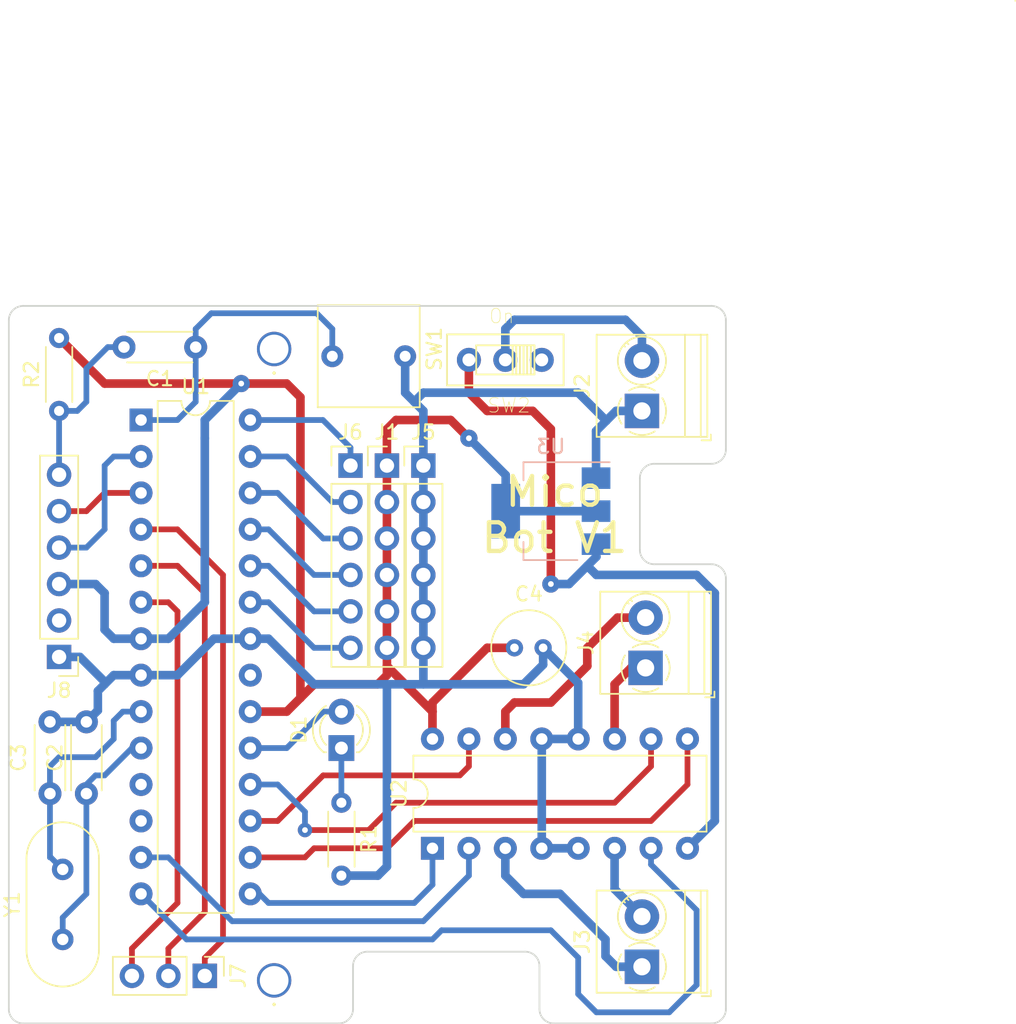
<source format=kicad_pcb>
(kicad_pcb (version 20171130) (host pcbnew "(5.1.4)-1")

  (general
    (thickness 1.6)
    (drawings 26)
    (tracks 241)
    (zones 0)
    (modules 23)
    (nets 37)
  )

  (page A4)
  (layers
    (0 F.Cu signal)
    (31 B.Cu signal)
    (32 B.Adhes user)
    (33 F.Adhes user)
    (34 B.Paste user)
    (35 F.Paste user)
    (36 B.SilkS user)
    (37 F.SilkS user)
    (38 B.Mask user)
    (39 F.Mask user)
    (40 Dwgs.User user)
    (41 Cmts.User user)
    (42 Eco1.User user)
    (43 Eco2.User user)
    (44 Edge.Cuts user)
    (45 Margin user)
    (46 B.CrtYd user)
    (47 F.CrtYd user)
    (48 B.Fab user)
    (49 F.Fab user)
  )

  (setup
    (last_trace_width 0.4)
    (user_trace_width 0.4)
    (user_trace_width 0.5)
    (trace_clearance 0.25)
    (zone_clearance 0.508)
    (zone_45_only no)
    (trace_min 0.2)
    (via_size 1)
    (via_drill 0.4)
    (via_min_size 0.4)
    (via_min_drill 0.3)
    (uvia_size 0.3)
    (uvia_drill 0.1)
    (uvias_allowed no)
    (uvia_min_size 0.2)
    (uvia_min_drill 0.1)
    (edge_width 0.05)
    (segment_width 0.2)
    (pcb_text_width 0.3)
    (pcb_text_size 1.5 1.5)
    (mod_edge_width 0.12)
    (mod_text_size 1 1)
    (mod_text_width 0.15)
    (pad_size 2.4 2.4)
    (pad_drill 2)
    (pad_to_mask_clearance 0.051)
    (solder_mask_min_width 0.25)
    (aux_axis_origin 0 0)
    (visible_elements 7FFFFFFF)
    (pcbplotparams
      (layerselection 0x010fc_ffffffff)
      (usegerberextensions false)
      (usegerberattributes false)
      (usegerberadvancedattributes false)
      (creategerberjobfile false)
      (excludeedgelayer true)
      (linewidth 0.100000)
      (plotframeref false)
      (viasonmask false)
      (mode 1)
      (useauxorigin false)
      (hpglpennumber 1)
      (hpglpenspeed 20)
      (hpglpendiameter 15.000000)
      (psnegative false)
      (psa4output false)
      (plotreference true)
      (plotvalue true)
      (plotinvisibletext false)
      (padsonsilk false)
      (subtractmaskfromsilk false)
      (outputformat 1)
      (mirror false)
      (drillshape 1)
      (scaleselection 1)
      (outputdirectory ""))
  )

  (net 0 "")
  (net 1 "Net-(C1-Pad1)")
  (net 2 "Net-(C1-Pad2)")
  (net 3 VCC)
  (net 4 GND)
  (net 5 "Net-(J2-Pad2)")
  (net 6 "Net-(D1-Pad1)")
  (net 7 "Net-(D1-Pad2)")
  (net 8 "Net-(C2-Pad1)")
  (net 9 "Net-(C3-Pad1)")
  (net 10 "Net-(J3-Pad1)")
  (net 11 "Net-(J3-Pad2)")
  (net 12 "Net-(SW2-Pad1)")
  (net 13 "Net-(U1-Pad15)")
  (net 14 "Net-(U1-Pad16)")
  (net 15 "Net-(U1-Pad17)")
  (net 16 "Net-(U1-Pad18)")
  (net 17 "Net-(U1-Pad21)")
  (net 18 "Net-(U1-Pad11)")
  (net 19 "Net-(U1-Pad12)")
  (net 20 "Net-(U1-Pad13)")
  (net 21 "Net-(U1-Pad14)")
  (net 22 "Net-(J4-Pad2)")
  (net 23 "Net-(J4-Pad1)")
  (net 24 VSS)
  (net 25 "Net-(J6-Pad1)")
  (net 26 "Net-(J6-Pad2)")
  (net 27 "Net-(J6-Pad3)")
  (net 28 "Net-(J6-Pad4)")
  (net 29 "Net-(J6-Pad5)")
  (net 30 "Net-(J6-Pad6)")
  (net 31 "Net-(J7-Pad1)")
  (net 32 "Net-(J7-Pad2)")
  (net 33 "Net-(J7-Pad3)")
  (net 34 "Net-(J8-Pad5)")
  (net 35 "Net-(J8-Pad4)")
  (net 36 "Net-(J8-Pad2)")

  (net_class Default "Esta es la clase de red por defecto."
    (clearance 0.25)
    (trace_width 0.4)
    (via_dia 1)
    (via_drill 0.4)
    (uvia_dia 0.3)
    (uvia_drill 0.1)
    (add_net "Net-(C1-Pad1)")
    (add_net "Net-(C1-Pad2)")
    (add_net "Net-(C2-Pad1)")
    (add_net "Net-(C3-Pad1)")
    (add_net "Net-(D1-Pad1)")
    (add_net "Net-(D1-Pad2)")
    (add_net "Net-(J6-Pad1)")
    (add_net "Net-(J6-Pad2)")
    (add_net "Net-(J6-Pad3)")
    (add_net "Net-(J6-Pad4)")
    (add_net "Net-(J6-Pad5)")
    (add_net "Net-(J6-Pad6)")
    (add_net "Net-(J7-Pad1)")
    (add_net "Net-(J7-Pad2)")
    (add_net "Net-(J7-Pad3)")
    (add_net "Net-(J8-Pad2)")
    (add_net "Net-(J8-Pad4)")
    (add_net "Net-(J8-Pad5)")
    (add_net "Net-(U1-Pad11)")
    (add_net "Net-(U1-Pad12)")
    (add_net "Net-(U1-Pad13)")
    (add_net "Net-(U1-Pad14)")
    (add_net "Net-(U1-Pad15)")
    (add_net "Net-(U1-Pad16)")
    (add_net "Net-(U1-Pad17)")
    (add_net "Net-(U1-Pad18)")
    (add_net "Net-(U1-Pad21)")
  )

  (net_class Potencia ""
    (clearance 0.25)
    (trace_width 0.6)
    (via_dia 1.2)
    (via_drill 0.4)
    (uvia_dia 0.3)
    (uvia_drill 0.1)
    (add_net GND)
    (add_net "Net-(J2-Pad2)")
    (add_net "Net-(J3-Pad1)")
    (add_net "Net-(J3-Pad2)")
    (add_net "Net-(J4-Pad1)")
    (add_net "Net-(J4-Pad2)")
    (add_net "Net-(SW2-Pad1)")
    (add_net VCC)
    (add_net VSS)
  )

  (module MiLib:Taladro_2mm (layer F.Cu) (tedit 5D4D84E5) (tstamp 5D4DE4D2)
    (at 118.5 147)
    (fp_text reference . (at 0 1.27) (layer F.SilkS)
      (effects (font (size 1 1) (thickness 0.15)))
    )
    (fp_text value . (at 0 1.27) (layer F.Fab)
      (effects (font (size 1 1) (thickness 0.15)))
    )
    (pad 1 thru_hole circle (at 0 0) (size 2.4 2.4) (drill 2) (layers *.Cu *.Mask))
  )

  (module MiLib:Taladro_2mm (layer F.Cu) (tedit 5D4D828C) (tstamp 5D4D2F44)
    (at 118.5 103)
    (fp_text reference . (at 0 1.27) (layer F.SilkS)
      (effects (font (size 1 1) (thickness 0.15)))
    )
    (fp_text value . (at 0 1.27) (layer F.Fab)
      (effects (font (size 1 1) (thickness 0.15)))
    )
    (pad 1 thru_hole circle (at 0 0) (size 2.4 2.4) (drill 2) (layers *.Cu *.Mask))
  )

  (module Package_DIP:DIP-28_W7.62mm (layer F.Cu) (tedit 5A02E8C5) (tstamp 5D545ED2)
    (at 109.22 107.95)
    (descr "28-lead though-hole mounted DIP package, row spacing 7.62 mm (300 mils)")
    (tags "THT DIP DIL PDIP 2.54mm 7.62mm 300mil")
    (path /5CB743B3)
    (fp_text reference U1 (at 3.81 -2.33) (layer F.SilkS)
      (effects (font (size 1 1) (thickness 0.15)))
    )
    (fp_text value ATmega328P-PU (at 3.81 35.35) (layer F.Fab)
      (effects (font (size 1 1) (thickness 0.15)))
    )
    (fp_arc (start 3.81 -1.33) (end 2.81 -1.33) (angle -180) (layer F.SilkS) (width 0.12))
    (fp_line (start 1.635 -1.27) (end 6.985 -1.27) (layer F.Fab) (width 0.1))
    (fp_line (start 6.985 -1.27) (end 6.985 34.29) (layer F.Fab) (width 0.1))
    (fp_line (start 6.985 34.29) (end 0.635 34.29) (layer F.Fab) (width 0.1))
    (fp_line (start 0.635 34.29) (end 0.635 -0.27) (layer F.Fab) (width 0.1))
    (fp_line (start 0.635 -0.27) (end 1.635 -1.27) (layer F.Fab) (width 0.1))
    (fp_line (start 2.81 -1.33) (end 1.16 -1.33) (layer F.SilkS) (width 0.12))
    (fp_line (start 1.16 -1.33) (end 1.16 34.35) (layer F.SilkS) (width 0.12))
    (fp_line (start 1.16 34.35) (end 6.46 34.35) (layer F.SilkS) (width 0.12))
    (fp_line (start 6.46 34.35) (end 6.46 -1.33) (layer F.SilkS) (width 0.12))
    (fp_line (start 6.46 -1.33) (end 4.81 -1.33) (layer F.SilkS) (width 0.12))
    (fp_line (start -1.1 -1.55) (end -1.1 34.55) (layer F.CrtYd) (width 0.05))
    (fp_line (start -1.1 34.55) (end 8.7 34.55) (layer F.CrtYd) (width 0.05))
    (fp_line (start 8.7 34.55) (end 8.7 -1.55) (layer F.CrtYd) (width 0.05))
    (fp_line (start 8.7 -1.55) (end -1.1 -1.55) (layer F.CrtYd) (width 0.05))
    (fp_text user %R (at 3.81 16.51) (layer F.Fab)
      (effects (font (size 1 1) (thickness 0.15)))
    )
    (pad 1 thru_hole rect (at 0 0) (size 1.6 1.6) (drill 0.8) (layers *.Cu *.Mask)
      (net 1 "Net-(C1-Pad1)"))
    (pad 15 thru_hole oval (at 7.62 33.02) (size 1.6 1.6) (drill 0.8) (layers *.Cu *.Mask)
      (net 13 "Net-(U1-Pad15)"))
    (pad 2 thru_hole oval (at 0 2.54) (size 1.6 1.6) (drill 0.8) (layers *.Cu *.Mask)
      (net 35 "Net-(J8-Pad4)"))
    (pad 16 thru_hole oval (at 7.62 30.48) (size 1.6 1.6) (drill 0.8) (layers *.Cu *.Mask)
      (net 14 "Net-(U1-Pad16)"))
    (pad 3 thru_hole oval (at 0 5.08) (size 1.6 1.6) (drill 0.8) (layers *.Cu *.Mask)
      (net 34 "Net-(J8-Pad5)"))
    (pad 17 thru_hole oval (at 7.62 27.94) (size 1.6 1.6) (drill 0.8) (layers *.Cu *.Mask)
      (net 15 "Net-(U1-Pad17)"))
    (pad 4 thru_hole oval (at 0 7.62) (size 1.6 1.6) (drill 0.8) (layers *.Cu *.Mask)
      (net 31 "Net-(J7-Pad1)"))
    (pad 18 thru_hole oval (at 7.62 25.4) (size 1.6 1.6) (drill 0.8) (layers *.Cu *.Mask)
      (net 16 "Net-(U1-Pad18)"))
    (pad 5 thru_hole oval (at 0 10.16) (size 1.6 1.6) (drill 0.8) (layers *.Cu *.Mask)
      (net 32 "Net-(J7-Pad2)"))
    (pad 19 thru_hole oval (at 7.62 22.86) (size 1.6 1.6) (drill 0.8) (layers *.Cu *.Mask)
      (net 7 "Net-(D1-Pad2)"))
    (pad 6 thru_hole oval (at 0 12.7) (size 1.6 1.6) (drill 0.8) (layers *.Cu *.Mask)
      (net 33 "Net-(J7-Pad3)"))
    (pad 20 thru_hole oval (at 7.62 20.32) (size 1.6 1.6) (drill 0.8) (layers *.Cu *.Mask)
      (net 3 VCC))
    (pad 7 thru_hole oval (at 0 15.24) (size 1.6 1.6) (drill 0.8) (layers *.Cu *.Mask)
      (net 3 VCC))
    (pad 21 thru_hole oval (at 7.62 17.78) (size 1.6 1.6) (drill 0.8) (layers *.Cu *.Mask)
      (net 17 "Net-(U1-Pad21)"))
    (pad 8 thru_hole oval (at 0 17.78) (size 1.6 1.6) (drill 0.8) (layers *.Cu *.Mask)
      (net 4 GND))
    (pad 22 thru_hole oval (at 7.62 15.24) (size 1.6 1.6) (drill 0.8) (layers *.Cu *.Mask)
      (net 4 GND))
    (pad 9 thru_hole oval (at 0 20.32) (size 1.6 1.6) (drill 0.8) (layers *.Cu *.Mask)
      (net 9 "Net-(C3-Pad1)"))
    (pad 23 thru_hole oval (at 7.62 12.7) (size 1.6 1.6) (drill 0.8) (layers *.Cu *.Mask)
      (net 30 "Net-(J6-Pad6)"))
    (pad 10 thru_hole oval (at 0 22.86) (size 1.6 1.6) (drill 0.8) (layers *.Cu *.Mask)
      (net 8 "Net-(C2-Pad1)"))
    (pad 24 thru_hole oval (at 7.62 10.16) (size 1.6 1.6) (drill 0.8) (layers *.Cu *.Mask)
      (net 29 "Net-(J6-Pad5)"))
    (pad 11 thru_hole oval (at 0 25.4) (size 1.6 1.6) (drill 0.8) (layers *.Cu *.Mask)
      (net 18 "Net-(U1-Pad11)"))
    (pad 25 thru_hole oval (at 7.62 7.62) (size 1.6 1.6) (drill 0.8) (layers *.Cu *.Mask)
      (net 28 "Net-(J6-Pad4)"))
    (pad 12 thru_hole oval (at 0 27.94) (size 1.6 1.6) (drill 0.8) (layers *.Cu *.Mask)
      (net 19 "Net-(U1-Pad12)"))
    (pad 26 thru_hole oval (at 7.62 5.08) (size 1.6 1.6) (drill 0.8) (layers *.Cu *.Mask)
      (net 27 "Net-(J6-Pad3)"))
    (pad 13 thru_hole oval (at 0 30.48) (size 1.6 1.6) (drill 0.8) (layers *.Cu *.Mask)
      (net 20 "Net-(U1-Pad13)"))
    (pad 27 thru_hole oval (at 7.62 2.54) (size 1.6 1.6) (drill 0.8) (layers *.Cu *.Mask)
      (net 26 "Net-(J6-Pad2)"))
    (pad 14 thru_hole oval (at 0 33.02) (size 1.6 1.6) (drill 0.8) (layers *.Cu *.Mask)
      (net 21 "Net-(U1-Pad14)"))
    (pad 28 thru_hole oval (at 7.62 0) (size 1.6 1.6) (drill 0.8) (layers *.Cu *.Mask)
      (net 25 "Net-(J6-Pad1)"))
    (model ${KISYS3DMOD}/Package_DIP.3dshapes/DIP-28_W7.62mm.wrl
      (at (xyz 0 0 0))
      (scale (xyz 1 1 1))
      (rotate (xyz 0 0 0))
    )
  )

  (module Package_DIP:DIP-16_W7.62mm (layer F.Cu) (tedit 5A02E8C5) (tstamp 5D4A73CE)
    (at 129.54 137.795 90)
    (descr "16-lead though-hole mounted DIP package, row spacing 7.62 mm (300 mils)")
    (tags "THT DIP DIL PDIP 2.54mm 7.62mm 300mil")
    (path /5CB8339E)
    (fp_text reference U2 (at 3.81 -2.33 90) (layer F.SilkS)
      (effects (font (size 1 1) (thickness 0.15)))
    )
    (fp_text value L293D (at 3.81 20.11 90) (layer F.Fab)
      (effects (font (size 1 1) (thickness 0.15)))
    )
    (fp_arc (start 3.81 -1.33) (end 2.81 -1.33) (angle -180) (layer F.SilkS) (width 0.12))
    (fp_line (start 1.635 -1.27) (end 6.985 -1.27) (layer F.Fab) (width 0.1))
    (fp_line (start 6.985 -1.27) (end 6.985 19.05) (layer F.Fab) (width 0.1))
    (fp_line (start 6.985 19.05) (end 0.635 19.05) (layer F.Fab) (width 0.1))
    (fp_line (start 0.635 19.05) (end 0.635 -0.27) (layer F.Fab) (width 0.1))
    (fp_line (start 0.635 -0.27) (end 1.635 -1.27) (layer F.Fab) (width 0.1))
    (fp_line (start 2.81 -1.33) (end 1.16 -1.33) (layer F.SilkS) (width 0.12))
    (fp_line (start 1.16 -1.33) (end 1.16 19.11) (layer F.SilkS) (width 0.12))
    (fp_line (start 1.16 19.11) (end 6.46 19.11) (layer F.SilkS) (width 0.12))
    (fp_line (start 6.46 19.11) (end 6.46 -1.33) (layer F.SilkS) (width 0.12))
    (fp_line (start 6.46 -1.33) (end 4.81 -1.33) (layer F.SilkS) (width 0.12))
    (fp_line (start -1.1 -1.55) (end -1.1 19.3) (layer F.CrtYd) (width 0.05))
    (fp_line (start -1.1 19.3) (end 8.7 19.3) (layer F.CrtYd) (width 0.05))
    (fp_line (start 8.7 19.3) (end 8.7 -1.55) (layer F.CrtYd) (width 0.05))
    (fp_line (start 8.7 -1.55) (end -1.1 -1.55) (layer F.CrtYd) (width 0.05))
    (fp_text user %R (at 3.81 8.89 90) (layer F.Fab)
      (effects (font (size 1 1) (thickness 0.15)))
    )
    (pad 1 thru_hole rect (at 0 0 90) (size 1.6 1.6) (drill 0.8) (layers *.Cu *.Mask)
      (net 13 "Net-(U1-Pad15)"))
    (pad 9 thru_hole oval (at 7.62 17.78 90) (size 1.6 1.6) (drill 0.8) (layers *.Cu *.Mask)
      (net 14 "Net-(U1-Pad16)"))
    (pad 2 thru_hole oval (at 0 2.54 90) (size 1.6 1.6) (drill 0.8) (layers *.Cu *.Mask)
      (net 20 "Net-(U1-Pad13)"))
    (pad 10 thru_hole oval (at 7.62 15.24 90) (size 1.6 1.6) (drill 0.8) (layers *.Cu *.Mask)
      (net 16 "Net-(U1-Pad18)"))
    (pad 3 thru_hole oval (at 0 5.08 90) (size 1.6 1.6) (drill 0.8) (layers *.Cu *.Mask)
      (net 10 "Net-(J3-Pad1)"))
    (pad 11 thru_hole oval (at 7.62 12.7 90) (size 1.6 1.6) (drill 0.8) (layers *.Cu *.Mask)
      (net 23 "Net-(J4-Pad1)"))
    (pad 4 thru_hole oval (at 0 7.62 90) (size 1.6 1.6) (drill 0.8) (layers *.Cu *.Mask)
      (net 4 GND))
    (pad 12 thru_hole oval (at 7.62 10.16 90) (size 1.6 1.6) (drill 0.8) (layers *.Cu *.Mask)
      (net 4 GND))
    (pad 5 thru_hole oval (at 0 10.16 90) (size 1.6 1.6) (drill 0.8) (layers *.Cu *.Mask)
      (net 4 GND))
    (pad 13 thru_hole oval (at 7.62 7.62 90) (size 1.6 1.6) (drill 0.8) (layers *.Cu *.Mask)
      (net 4 GND))
    (pad 6 thru_hole oval (at 0 12.7 90) (size 1.6 1.6) (drill 0.8) (layers *.Cu *.Mask)
      (net 11 "Net-(J3-Pad2)"))
    (pad 14 thru_hole oval (at 7.62 5.08 90) (size 1.6 1.6) (drill 0.8) (layers *.Cu *.Mask)
      (net 22 "Net-(J4-Pad2)"))
    (pad 7 thru_hole oval (at 0 15.24 90) (size 1.6 1.6) (drill 0.8) (layers *.Cu *.Mask)
      (net 21 "Net-(U1-Pad14)"))
    (pad 15 thru_hole oval (at 7.62 2.54 90) (size 1.6 1.6) (drill 0.8) (layers *.Cu *.Mask)
      (net 15 "Net-(U1-Pad17)"))
    (pad 8 thru_hole oval (at 0 17.78 90) (size 1.6 1.6) (drill 0.8) (layers *.Cu *.Mask)
      (net 24 VSS))
    (pad 16 thru_hole oval (at 7.62 0 90) (size 1.6 1.6) (drill 0.8) (layers *.Cu *.Mask)
      (net 3 VCC))
    (model ${KISYS3DMOD}/Package_DIP.3dshapes/DIP-16_W7.62mm.wrl
      (at (xyz 0 0 0))
      (scale (xyz 1 1 1))
      (rotate (xyz 0 0 0))
    )
  )

  (module MiLib:Pulsador_Cuadrado_6 (layer F.Cu) (tedit 5CB76973) (tstamp 5CB7E262)
    (at 125.095 100.965)
    (path /5CB995FB)
    (fp_text reference SW1 (at 4.572 2.032 -90) (layer F.SilkS)
      (effects (font (size 1 1) (thickness 0.15)))
    )
    (fp_text value Rst (at 6.223 3.81) (layer F.Fab)
      (effects (font (size 1 1) (thickness 0.15)))
    )
    (fp_line (start -3.556 -1.016) (end -3.556 6.096) (layer F.SilkS) (width 0.12))
    (fp_line (start -3.556 6.096) (end 3.556 6.096) (layer F.SilkS) (width 0.12))
    (fp_line (start 3.556 6.096) (end 3.556 -1.016) (layer F.SilkS) (width 0.12))
    (fp_line (start 3.556 -1.016) (end -3.556 -1.016) (layer F.SilkS) (width 0.12))
    (fp_line (start -3.302 -0.762) (end 3.302 -0.762) (layer F.CrtYd) (width 0.12))
    (fp_line (start 3.302 -0.762) (end 3.302 5.842) (layer F.CrtYd) (width 0.12))
    (fp_line (start 3.302 5.842) (end -3.302 5.842) (layer F.CrtYd) (width 0.12))
    (fp_line (start -3.302 5.842) (end -3.302 -0.762) (layer F.CrtYd) (width 0.12))
    (fp_circle (center 0 2.54) (end 2.032 1.524) (layer F.CrtYd) (width 0.12))
    (pad 1 thru_hole circle (at -2.54 2.54) (size 1.524 1.524) (drill 0.762) (layers *.Cu *.Mask)
      (net 1 "Net-(C1-Pad1)"))
    (pad 2 thru_hole circle (at 2.54 2.54) (size 1.524 1.524) (drill 0.762) (layers *.Cu *.Mask)
      (net 4 GND))
  )

  (module Package_TO_SOT_SMD:SOT-223-3_TabPin2 (layer B.Cu) (tedit 5A02FF57) (tstamp 5D4611B5)
    (at 137.795 114.3 180)
    (descr "module CMS SOT223 4 pins")
    (tags "CMS SOT")
    (path /5CB78A01)
    (attr smd)
    (fp_text reference U3 (at 0 4.5) (layer B.SilkS)
      (effects (font (size 1 1) (thickness 0.15)) (justify mirror))
    )
    (fp_text value AMS1117-5.0 (at 0 -4.5) (layer B.Fab)
      (effects (font (size 1 1) (thickness 0.15)) (justify mirror))
    )
    (fp_text user %R (at 0 0 270) (layer B.Fab)
      (effects (font (size 0.8 0.8) (thickness 0.12)) (justify mirror))
    )
    (fp_line (start 1.91 -3.41) (end 1.91 -2.15) (layer B.SilkS) (width 0.12))
    (fp_line (start 1.91 3.41) (end 1.91 2.15) (layer B.SilkS) (width 0.12))
    (fp_line (start 4.4 3.6) (end -4.4 3.6) (layer B.CrtYd) (width 0.05))
    (fp_line (start 4.4 -3.6) (end 4.4 3.6) (layer B.CrtYd) (width 0.05))
    (fp_line (start -4.4 -3.6) (end 4.4 -3.6) (layer B.CrtYd) (width 0.05))
    (fp_line (start -4.4 3.6) (end -4.4 -3.6) (layer B.CrtYd) (width 0.05))
    (fp_line (start -1.85 2.35) (end -0.85 3.35) (layer B.Fab) (width 0.1))
    (fp_line (start -1.85 2.35) (end -1.85 -3.35) (layer B.Fab) (width 0.1))
    (fp_line (start -1.85 -3.41) (end 1.91 -3.41) (layer B.SilkS) (width 0.12))
    (fp_line (start -0.85 3.35) (end 1.85 3.35) (layer B.Fab) (width 0.1))
    (fp_line (start -4.1 3.41) (end 1.91 3.41) (layer B.SilkS) (width 0.12))
    (fp_line (start -1.85 -3.35) (end 1.85 -3.35) (layer B.Fab) (width 0.1))
    (fp_line (start 1.85 3.35) (end 1.85 -3.35) (layer B.Fab) (width 0.1))
    (pad 2 smd rect (at 3.15 0 180) (size 2 3.8) (layers B.Cu B.Paste B.Mask)
      (net 3 VCC))
    (pad 2 smd rect (at -3.15 0 180) (size 2 1.5) (layers B.Cu B.Paste B.Mask)
      (net 3 VCC))
    (pad 3 smd rect (at -3.15 -2.3 180) (size 2 1.5) (layers B.Cu B.Paste B.Mask)
      (net 24 VSS))
    (pad 1 smd rect (at -3.15 2.3 180) (size 2 1.5) (layers B.Cu B.Paste B.Mask)
      (net 4 GND))
    (model ${KISYS3DMOD}/Package_TO_SOT_SMD.3dshapes/SOT-223.wrl
      (at (xyz 0 0 0))
      (scale (xyz 1 1 1))
      (rotate (xyz 0 0 0))
    )
  )

  (module MiLib:EG1218 (layer F.Cu) (tedit 5CB7938C) (tstamp 5CB7EB2B)
    (at 134.62 103.759 180)
    (path /5CB86777)
    (fp_text reference SW2 (at -0.254 -3.175 180) (layer F.SilkS)
      (effects (font (size 1 1) (thickness 0.05)))
    )
    (fp_text value On (at 0.254 3.048 180) (layer F.SilkS)
      (effects (font (size 1 0.9) (thickness 0.05)))
    )
    (fp_line (start -0.508 -1.016) (end -0.508 1.016) (layer F.SilkS) (width 0.127))
    (fp_line (start -0.762 1.016) (end -0.762 -1.016) (layer F.SilkS) (width 0.127))
    (fp_line (start -1.016 -1.016) (end -1.016 1.016) (layer F.SilkS) (width 0.127))
    (fp_line (start -1.27 1.016) (end -1.27 -1.016) (layer F.SilkS) (width 0.127))
    (fp_line (start -1.524 -1.016) (end -1.524 1.016) (layer F.SilkS) (width 0.127))
    (fp_line (start -1.778 1.016) (end -1.778 -1.016) (layer F.SilkS) (width 0.127))
    (fp_line (start -2.032 -1.016) (end -2.032 1.016) (layer F.SilkS) (width 0.127))
    (fp_line (start -4.064 1.778) (end -4.064 -1.778) (layer F.SilkS) (width 0.127))
    (fp_line (start 4.064 1.778) (end -4.064 1.778) (layer F.SilkS) (width 0.127))
    (fp_line (start 4.064 -1.778) (end 4.064 1.778) (layer F.SilkS) (width 0.127))
    (fp_line (start -4.064 -1.778) (end 4.064 -1.778) (layer F.SilkS) (width 0.127))
    (fp_line (start -2.032 -1.016) (end 2.032 -1.016) (layer F.SilkS) (width 0.12))
    (fp_line (start 2.032 -1.016) (end 2.032 1.016) (layer F.SilkS) (width 0.12))
    (fp_line (start 2.032 1.016) (end -2.032 1.016) (layer F.SilkS) (width 0.12))
    (pad 3 thru_hole circle (at 2.54 0 180) (size 1.6764 1.6764) (drill 0.9) (layers *.Cu *.Mask)
      (net 24 VSS))
    (pad 1 thru_hole circle (at -2.54 0 180) (size 1.6764 1.6764) (drill 0.9) (layers *.Cu *.Mask)
      (net 12 "Net-(SW2-Pad1)"))
    (pad 2 thru_hole circle (at 0 0 180) (size 1.6764 1.6764) (drill 0.9) (layers *.Cu *.Mask)
      (net 5 "Net-(J2-Pad2)"))
  )

  (module Resistor_THT:R_Axial_DIN0204_L3.6mm_D1.6mm_P5.08mm_Horizontal (layer F.Cu) (tedit 5AE5139B) (tstamp 5D546AB2)
    (at 123.19 134.62 270)
    (descr "Resistor, Axial_DIN0204 series, Axial, Horizontal, pin pitch=5.08mm, 0.167W, length*diameter=3.6*1.6mm^2, http://cdn-reichelt.de/documents/datenblatt/B400/1_4W%23YAG.pdf")
    (tags "Resistor Axial_DIN0204 series Axial Horizontal pin pitch 5.08mm 0.167W length 3.6mm diameter 1.6mm")
    (path /5CB8BF62)
    (fp_text reference R1 (at 2.54 -1.92 90) (layer F.SilkS)
      (effects (font (size 1 1) (thickness 0.15)))
    )
    (fp_text value R (at 2.54 1.92 90) (layer F.Fab)
      (effects (font (size 1 1) (thickness 0.15)))
    )
    (fp_line (start 0.74 -0.8) (end 0.74 0.8) (layer F.Fab) (width 0.1))
    (fp_line (start 0.74 0.8) (end 4.34 0.8) (layer F.Fab) (width 0.1))
    (fp_line (start 4.34 0.8) (end 4.34 -0.8) (layer F.Fab) (width 0.1))
    (fp_line (start 4.34 -0.8) (end 0.74 -0.8) (layer F.Fab) (width 0.1))
    (fp_line (start 0 0) (end 0.74 0) (layer F.Fab) (width 0.1))
    (fp_line (start 5.08 0) (end 4.34 0) (layer F.Fab) (width 0.1))
    (fp_line (start 0.62 -0.92) (end 4.46 -0.92) (layer F.SilkS) (width 0.12))
    (fp_line (start 0.62 0.92) (end 4.46 0.92) (layer F.SilkS) (width 0.12))
    (fp_line (start -0.95 -1.05) (end -0.95 1.05) (layer F.CrtYd) (width 0.05))
    (fp_line (start -0.95 1.05) (end 6.03 1.05) (layer F.CrtYd) (width 0.05))
    (fp_line (start 6.03 1.05) (end 6.03 -1.05) (layer F.CrtYd) (width 0.05))
    (fp_line (start 6.03 -1.05) (end -0.95 -1.05) (layer F.CrtYd) (width 0.05))
    (fp_text user %R (at 2.54 0 90) (layer F.Fab)
      (effects (font (size 0.72 0.72) (thickness 0.108)))
    )
    (pad 1 thru_hole circle (at 0 0 270) (size 1.4 1.4) (drill 0.7) (layers *.Cu *.Mask)
      (net 6 "Net-(D1-Pad1)"))
    (pad 2 thru_hole oval (at 5.08 0 270) (size 1.4 1.4) (drill 0.7) (layers *.Cu *.Mask)
      (net 4 GND))
    (model ${KISYS3DMOD}/Resistor_THT.3dshapes/R_Axial_DIN0204_L3.6mm_D1.6mm_P5.08mm_Horizontal.wrl
      (at (xyz 0 0 0))
      (scale (xyz 1 1 1))
      (rotate (xyz 0 0 0))
    )
  )

  (module LED_THT:LED_D3.0mm (layer F.Cu) (tedit 587A3A7B) (tstamp 5D546AE8)
    (at 123.19 130.81 90)
    (descr "LED, diameter 3.0mm, 2 pins")
    (tags "LED diameter 3.0mm 2 pins")
    (path /5CB896AF)
    (fp_text reference D1 (at 1.27 -2.96 270) (layer F.SilkS)
      (effects (font (size 1 1) (thickness 0.15)))
    )
    (fp_text value LED (at 1.27 2.96 270) (layer F.Fab)
      (effects (font (size 1 1) (thickness 0.15)))
    )
    (fp_arc (start 1.27 0) (end -0.23 -1.16619) (angle 284.3) (layer F.Fab) (width 0.1))
    (fp_arc (start 1.27 0) (end -0.29 -1.235516) (angle 108.8) (layer F.SilkS) (width 0.12))
    (fp_arc (start 1.27 0) (end -0.29 1.235516) (angle -108.8) (layer F.SilkS) (width 0.12))
    (fp_arc (start 1.27 0) (end 0.229039 -1.08) (angle 87.9) (layer F.SilkS) (width 0.12))
    (fp_arc (start 1.27 0) (end 0.229039 1.08) (angle -87.9) (layer F.SilkS) (width 0.12))
    (fp_circle (center 1.27 0) (end 2.77 0) (layer F.Fab) (width 0.1))
    (fp_line (start -0.23 -1.16619) (end -0.23 1.16619) (layer F.Fab) (width 0.1))
    (fp_line (start -0.29 -1.236) (end -0.29 -1.08) (layer F.SilkS) (width 0.12))
    (fp_line (start -0.29 1.08) (end -0.29 1.236) (layer F.SilkS) (width 0.12))
    (fp_line (start -1.15 -2.25) (end -1.15 2.25) (layer F.CrtYd) (width 0.05))
    (fp_line (start -1.15 2.25) (end 3.7 2.25) (layer F.CrtYd) (width 0.05))
    (fp_line (start 3.7 2.25) (end 3.7 -2.25) (layer F.CrtYd) (width 0.05))
    (fp_line (start 3.7 -2.25) (end -1.15 -2.25) (layer F.CrtYd) (width 0.05))
    (pad 1 thru_hole rect (at 0 0 90) (size 1.8 1.8) (drill 0.9) (layers *.Cu *.Mask)
      (net 6 "Net-(D1-Pad1)"))
    (pad 2 thru_hole circle (at 2.54 0 90) (size 1.8 1.8) (drill 0.9) (layers *.Cu *.Mask)
      (net 7 "Net-(D1-Pad2)"))
    (model ${KISYS3DMOD}/LED_THT.3dshapes/LED_D3.0mm.wrl
      (at (xyz 0 0 0))
      (scale (xyz 1 1 1))
      (rotate (xyz 0 0 0))
    )
  )

  (module Capacitor_THT:C_Disc_D4.3mm_W1.9mm_P5.00mm (layer F.Cu) (tedit 5AE50EF0) (tstamp 5CB7F950)
    (at 105.41 133.985 90)
    (descr "C, Disc series, Radial, pin pitch=5.00mm, , diameter*width=4.3*1.9mm^2, Capacitor, http://www.vishay.com/docs/45233/krseries.pdf")
    (tags "C Disc series Radial pin pitch 5.00mm  diameter 4.3mm width 1.9mm Capacitor")
    (path /5CB99E74)
    (fp_text reference C2 (at 2.5 -2.2 90) (layer F.SilkS)
      (effects (font (size 1 1) (thickness 0.15)))
    )
    (fp_text value C (at 2.5 2.2 90) (layer F.Fab)
      (effects (font (size 1 1) (thickness 0.15)))
    )
    (fp_line (start 0.35 -0.95) (end 0.35 0.95) (layer F.Fab) (width 0.1))
    (fp_line (start 0.35 0.95) (end 4.65 0.95) (layer F.Fab) (width 0.1))
    (fp_line (start 4.65 0.95) (end 4.65 -0.95) (layer F.Fab) (width 0.1))
    (fp_line (start 4.65 -0.95) (end 0.35 -0.95) (layer F.Fab) (width 0.1))
    (fp_line (start 0.23 -1.07) (end 4.77 -1.07) (layer F.SilkS) (width 0.12))
    (fp_line (start 0.23 1.07) (end 4.77 1.07) (layer F.SilkS) (width 0.12))
    (fp_line (start 0.23 -1.07) (end 0.23 -1.055) (layer F.SilkS) (width 0.12))
    (fp_line (start 0.23 1.055) (end 0.23 1.07) (layer F.SilkS) (width 0.12))
    (fp_line (start 4.77 -1.07) (end 4.77 -1.055) (layer F.SilkS) (width 0.12))
    (fp_line (start 4.77 1.055) (end 4.77 1.07) (layer F.SilkS) (width 0.12))
    (fp_line (start -1.05 -1.2) (end -1.05 1.2) (layer F.CrtYd) (width 0.05))
    (fp_line (start -1.05 1.2) (end 6.05 1.2) (layer F.CrtYd) (width 0.05))
    (fp_line (start 6.05 1.2) (end 6.05 -1.2) (layer F.CrtYd) (width 0.05))
    (fp_line (start 6.05 -1.2) (end -1.05 -1.2) (layer F.CrtYd) (width 0.05))
    (fp_text user %R (at 2.5 0 90) (layer F.Fab)
      (effects (font (size 0.86 0.86) (thickness 0.129)))
    )
    (pad 1 thru_hole circle (at 0 0 90) (size 1.6 1.6) (drill 0.8) (layers *.Cu *.Mask)
      (net 8 "Net-(C2-Pad1)"))
    (pad 2 thru_hole circle (at 5 0 90) (size 1.6 1.6) (drill 0.8) (layers *.Cu *.Mask)
      (net 4 GND))
    (model ${KISYS3DMOD}/Capacitor_THT.3dshapes/C_Disc_D4.3mm_W1.9mm_P5.00mm.wrl
      (at (xyz 0 0 0))
      (scale (xyz 1 1 1))
      (rotate (xyz 0 0 0))
    )
  )

  (module Capacitor_THT:C_Disc_D4.3mm_W1.9mm_P5.00mm (layer F.Cu) (tedit 5AE50EF0) (tstamp 5D5458CE)
    (at 102.87 133.985 90)
    (descr "C, Disc series, Radial, pin pitch=5.00mm, , diameter*width=4.3*1.9mm^2, Capacitor, http://www.vishay.com/docs/45233/krseries.pdf")
    (tags "C Disc series Radial pin pitch 5.00mm  diameter 4.3mm width 1.9mm Capacitor")
    (path /5CB9B3E9)
    (fp_text reference C3 (at 2.5 -2.2 90) (layer F.SilkS)
      (effects (font (size 1 1) (thickness 0.15)))
    )
    (fp_text value C (at 2.5 2.2 90) (layer F.Fab)
      (effects (font (size 1 1) (thickness 0.15)))
    )
    (fp_text user %R (at 2.5 0 90) (layer F.Fab)
      (effects (font (size 0.86 0.86) (thickness 0.129)))
    )
    (fp_line (start 6.05 -1.2) (end -1.05 -1.2) (layer F.CrtYd) (width 0.05))
    (fp_line (start 6.05 1.2) (end 6.05 -1.2) (layer F.CrtYd) (width 0.05))
    (fp_line (start -1.05 1.2) (end 6.05 1.2) (layer F.CrtYd) (width 0.05))
    (fp_line (start -1.05 -1.2) (end -1.05 1.2) (layer F.CrtYd) (width 0.05))
    (fp_line (start 4.77 1.055) (end 4.77 1.07) (layer F.SilkS) (width 0.12))
    (fp_line (start 4.77 -1.07) (end 4.77 -1.055) (layer F.SilkS) (width 0.12))
    (fp_line (start 0.23 1.055) (end 0.23 1.07) (layer F.SilkS) (width 0.12))
    (fp_line (start 0.23 -1.07) (end 0.23 -1.055) (layer F.SilkS) (width 0.12))
    (fp_line (start 0.23 1.07) (end 4.77 1.07) (layer F.SilkS) (width 0.12))
    (fp_line (start 0.23 -1.07) (end 4.77 -1.07) (layer F.SilkS) (width 0.12))
    (fp_line (start 4.65 -0.95) (end 0.35 -0.95) (layer F.Fab) (width 0.1))
    (fp_line (start 4.65 0.95) (end 4.65 -0.95) (layer F.Fab) (width 0.1))
    (fp_line (start 0.35 0.95) (end 4.65 0.95) (layer F.Fab) (width 0.1))
    (fp_line (start 0.35 -0.95) (end 0.35 0.95) (layer F.Fab) (width 0.1))
    (pad 2 thru_hole circle (at 5 0 90) (size 1.6 1.6) (drill 0.8) (layers *.Cu *.Mask)
      (net 4 GND))
    (pad 1 thru_hole circle (at 0 0 90) (size 1.6 1.6) (drill 0.8) (layers *.Cu *.Mask)
      (net 9 "Net-(C3-Pad1)"))
    (model ${KISYS3DMOD}/Capacitor_THT.3dshapes/C_Disc_D4.3mm_W1.9mm_P5.00mm.wrl
      (at (xyz 0 0 0))
      (scale (xyz 1 1 1))
      (rotate (xyz 0 0 0))
    )
  )

  (module Capacitor_THT:C_Disc_D4.3mm_W1.9mm_P5.00mm (layer F.Cu) (tedit 5AE50EF0) (tstamp 5D54601F)
    (at 113.03 102.87 180)
    (descr "C, Disc series, Radial, pin pitch=5.00mm, , diameter*width=4.3*1.9mm^2, Capacitor, http://www.vishay.com/docs/45233/krseries.pdf")
    (tags "C Disc series Radial pin pitch 5.00mm  diameter 4.3mm width 1.9mm Capacitor")
    (path /5CB7FCE1)
    (fp_text reference C1 (at 2.5 -2.2 180) (layer F.SilkS)
      (effects (font (size 1 1) (thickness 0.15)))
    )
    (fp_text value C (at 2.5 2.2 180) (layer F.Fab)
      (effects (font (size 1 1) (thickness 0.15)))
    )
    (fp_line (start 0.35 -0.95) (end 0.35 0.95) (layer F.Fab) (width 0.1))
    (fp_line (start 0.35 0.95) (end 4.65 0.95) (layer F.Fab) (width 0.1))
    (fp_line (start 4.65 0.95) (end 4.65 -0.95) (layer F.Fab) (width 0.1))
    (fp_line (start 4.65 -0.95) (end 0.35 -0.95) (layer F.Fab) (width 0.1))
    (fp_line (start 0.23 -1.07) (end 4.77 -1.07) (layer F.SilkS) (width 0.12))
    (fp_line (start 0.23 1.07) (end 4.77 1.07) (layer F.SilkS) (width 0.12))
    (fp_line (start 0.23 -1.07) (end 0.23 -1.055) (layer F.SilkS) (width 0.12))
    (fp_line (start 0.23 1.055) (end 0.23 1.07) (layer F.SilkS) (width 0.12))
    (fp_line (start 4.77 -1.07) (end 4.77 -1.055) (layer F.SilkS) (width 0.12))
    (fp_line (start 4.77 1.055) (end 4.77 1.07) (layer F.SilkS) (width 0.12))
    (fp_line (start -1.05 -1.2) (end -1.05 1.2) (layer F.CrtYd) (width 0.05))
    (fp_line (start -1.05 1.2) (end 6.05 1.2) (layer F.CrtYd) (width 0.05))
    (fp_line (start 6.05 1.2) (end 6.05 -1.2) (layer F.CrtYd) (width 0.05))
    (fp_line (start 6.05 -1.2) (end -1.05 -1.2) (layer F.CrtYd) (width 0.05))
    (fp_text user %R (at 2.5 0 180) (layer F.Fab)
      (effects (font (size 0.86 0.86) (thickness 0.129)))
    )
    (pad 1 thru_hole circle (at 0 0 180) (size 1.6 1.6) (drill 0.8) (layers *.Cu *.Mask)
      (net 1 "Net-(C1-Pad1)"))
    (pad 2 thru_hole circle (at 5 0 180) (size 1.6 1.6) (drill 0.8) (layers *.Cu *.Mask)
      (net 2 "Net-(C1-Pad2)"))
    (model ${KISYS3DMOD}/Capacitor_THT.3dshapes/C_Disc_D4.3mm_W1.9mm_P5.00mm.wrl
      (at (xyz 0 0 0))
      (scale (xyz 1 1 1))
      (rotate (xyz 0 0 0))
    )
  )

  (module Resistor_THT:R_Axial_DIN0204_L3.6mm_D1.6mm_P5.08mm_Horizontal (layer F.Cu) (tedit 5AE5139B) (tstamp 5D4624C9)
    (at 103.505 107.315 90)
    (descr "Resistor, Axial_DIN0204 series, Axial, Horizontal, pin pitch=5.08mm, 0.167W, length*diameter=3.6*1.6mm^2, http://cdn-reichelt.de/documents/datenblatt/B400/1_4W%23YAG.pdf")
    (tags "Resistor Axial_DIN0204 series Axial Horizontal pin pitch 5.08mm 0.167W length 3.6mm diameter 1.6mm")
    (path /5D4A63EF)
    (fp_text reference R2 (at 2.54 -1.92 90) (layer F.SilkS)
      (effects (font (size 1 1) (thickness 0.15)))
    )
    (fp_text value R (at 2.54 1.92 90) (layer F.Fab)
      (effects (font (size 1 1) (thickness 0.15)))
    )
    (fp_line (start 0.74 -0.8) (end 0.74 0.8) (layer F.Fab) (width 0.1))
    (fp_line (start 0.74 0.8) (end 4.34 0.8) (layer F.Fab) (width 0.1))
    (fp_line (start 4.34 0.8) (end 4.34 -0.8) (layer F.Fab) (width 0.1))
    (fp_line (start 4.34 -0.8) (end 0.74 -0.8) (layer F.Fab) (width 0.1))
    (fp_line (start 0 0) (end 0.74 0) (layer F.Fab) (width 0.1))
    (fp_line (start 5.08 0) (end 4.34 0) (layer F.Fab) (width 0.1))
    (fp_line (start 0.62 -0.92) (end 4.46 -0.92) (layer F.SilkS) (width 0.12))
    (fp_line (start 0.62 0.92) (end 4.46 0.92) (layer F.SilkS) (width 0.12))
    (fp_line (start -0.95 -1.05) (end -0.95 1.05) (layer F.CrtYd) (width 0.05))
    (fp_line (start -0.95 1.05) (end 6.03 1.05) (layer F.CrtYd) (width 0.05))
    (fp_line (start 6.03 1.05) (end 6.03 -1.05) (layer F.CrtYd) (width 0.05))
    (fp_line (start 6.03 -1.05) (end -0.95 -1.05) (layer F.CrtYd) (width 0.05))
    (fp_text user %R (at 2.54 0 90) (layer F.Fab)
      (effects (font (size 0.72 0.72) (thickness 0.108)))
    )
    (pad 1 thru_hole circle (at 0 0 90) (size 1.4 1.4) (drill 0.7) (layers *.Cu *.Mask)
      (net 2 "Net-(C1-Pad2)"))
    (pad 2 thru_hole oval (at 5.08 0 90) (size 1.4 1.4) (drill 0.7) (layers *.Cu *.Mask)
      (net 3 VCC))
    (model ${KISYS3DMOD}/Resistor_THT.3dshapes/R_Axial_DIN0204_L3.6mm_D1.6mm_P5.08mm_Horizontal.wrl
      (at (xyz 0 0 0))
      (scale (xyz 1 1 1))
      (rotate (xyz 0 0 0))
    )
  )

  (module Crystal:Crystal_HC49-4H_Vertical (layer F.Cu) (tedit 5A1AD3B7) (tstamp 5D4A70E4)
    (at 103.759 144.145 90)
    (descr "Crystal THT HC-49-4H http://5hertz.com/pdfs/04404_D.pdf")
    (tags "THT crystalHC-49-4H")
    (path /5CB975FD)
    (fp_text reference Y1 (at 2.44 -3.525 90) (layer F.SilkS)
      (effects (font (size 1 1) (thickness 0.15)))
    )
    (fp_text value Crystal (at 2.44 3.525 90) (layer F.Fab)
      (effects (font (size 1 1) (thickness 0.15)))
    )
    (fp_text user %R (at 2.44 0 90) (layer F.Fab)
      (effects (font (size 1 1) (thickness 0.15)))
    )
    (fp_line (start -0.76 -2.325) (end 5.64 -2.325) (layer F.Fab) (width 0.1))
    (fp_line (start -0.76 2.325) (end 5.64 2.325) (layer F.Fab) (width 0.1))
    (fp_line (start -0.56 -2) (end 5.44 -2) (layer F.Fab) (width 0.1))
    (fp_line (start -0.56 2) (end 5.44 2) (layer F.Fab) (width 0.1))
    (fp_line (start -0.76 -2.525) (end 5.64 -2.525) (layer F.SilkS) (width 0.12))
    (fp_line (start -0.76 2.525) (end 5.64 2.525) (layer F.SilkS) (width 0.12))
    (fp_line (start -3.6 -2.8) (end -3.6 2.8) (layer F.CrtYd) (width 0.05))
    (fp_line (start -3.6 2.8) (end 8.5 2.8) (layer F.CrtYd) (width 0.05))
    (fp_line (start 8.5 2.8) (end 8.5 -2.8) (layer F.CrtYd) (width 0.05))
    (fp_line (start 8.5 -2.8) (end -3.6 -2.8) (layer F.CrtYd) (width 0.05))
    (fp_arc (start -0.76 0) (end -0.76 -2.325) (angle -180) (layer F.Fab) (width 0.1))
    (fp_arc (start 5.64 0) (end 5.64 -2.325) (angle 180) (layer F.Fab) (width 0.1))
    (fp_arc (start -0.56 0) (end -0.56 -2) (angle -180) (layer F.Fab) (width 0.1))
    (fp_arc (start 5.44 0) (end 5.44 -2) (angle 180) (layer F.Fab) (width 0.1))
    (fp_arc (start -0.76 0) (end -0.76 -2.525) (angle -180) (layer F.SilkS) (width 0.12))
    (fp_arc (start 5.64 0) (end 5.64 -2.525) (angle 180) (layer F.SilkS) (width 0.12))
    (pad 1 thru_hole circle (at 0 0 90) (size 1.5 1.5) (drill 0.8) (layers *.Cu *.Mask)
      (net 8 "Net-(C2-Pad1)"))
    (pad 2 thru_hole circle (at 4.88 0 90) (size 1.5 1.5) (drill 0.8) (layers *.Cu *.Mask)
      (net 9 "Net-(C3-Pad1)"))
    (model ${KISYS3DMOD}/Crystal.3dshapes/Crystal_HC49-4H_Vertical.wrl
      (at (xyz 0 0 0))
      (scale (xyz 1 1 1))
      (rotate (xyz 0 0 0))
    )
  )

  (module Capacitor_THT:C_Radial_D5.0mm_H5.0mm_P2.00mm (layer F.Cu) (tedit 5BC5C9B9) (tstamp 5D4D2C3B)
    (at 135.255 123.825)
    (descr "C, Radial series, Radial, pin pitch=2.00mm, diameter=5mm, height=5mm, Non-Polar Electrolytic Capacitor")
    (tags "C Radial series Radial pin pitch 2.00mm diameter 5mm height 5mm Non-Polar Electrolytic Capacitor")
    (path /5D4DC0CB)
    (fp_text reference C4 (at 1 -3.75) (layer F.SilkS)
      (effects (font (size 1 1) (thickness 0.15)))
    )
    (fp_text value 10uF (at 1 3.75) (layer F.Fab)
      (effects (font (size 1 1) (thickness 0.15)))
    )
    (fp_circle (center 1 0) (end 3.5 0) (layer F.Fab) (width 0.1))
    (fp_circle (center 1 0) (end 3.62 0) (layer F.SilkS) (width 0.12))
    (fp_circle (center 1 0) (end 3.75 0) (layer F.CrtYd) (width 0.05))
    (fp_text user %R (at 1 0) (layer F.Fab)
      (effects (font (size 1 1) (thickness 0.15)))
    )
    (pad 1 thru_hole circle (at 0 0) (size 1.2 1.2) (drill 0.6) (layers *.Cu *.Mask)
      (net 3 VCC))
    (pad 2 thru_hole circle (at 2 0) (size 1.2 1.2) (drill 0.6) (layers *.Cu *.Mask)
      (net 4 GND))
    (model ${KISYS3DMOD}/Capacitor_THT.3dshapes/C_Radial_D5.0mm_H5.0mm_P2.00mm.wrl
      (at (xyz 0 0 0))
      (scale (xyz 1 1 1))
      (rotate (xyz 0 0 0))
    )
  )

  (module TerminalBlock_Phoenix:TerminalBlock_Phoenix_PT-1,5-2-3.5-H_1x02_P3.50mm_Horizontal (layer F.Cu) (tedit 5B294F3F) (tstamp 5D4D435C)
    (at 144.145 107.315 90)
    (descr "Terminal Block Phoenix PT-1,5-2-3.5-H, 2 pins, pitch 3.5mm, size 7x7.6mm^2, drill diamater 1.2mm, pad diameter 2.4mm, see , script-generated using https://github.com/pointhi/kicad-footprint-generator/scripts/TerminalBlock_Phoenix")
    (tags "THT Terminal Block Phoenix PT-1,5-2-3.5-H pitch 3.5mm size 7x7.6mm^2 drill 1.2mm pad 2.4mm")
    (path /5CB7B471)
    (fp_text reference J2 (at 1.75 -4.16 90) (layer F.SilkS)
      (effects (font (size 1 1) (thickness 0.15)))
    )
    (fp_text value Bat (at 1.75 5.56 90) (layer F.Fab)
      (effects (font (size 1 1) (thickness 0.15)))
    )
    (fp_arc (start 0 0) (end 0 1.68) (angle -32) (layer F.SilkS) (width 0.12))
    (fp_arc (start 0 0) (end 1.425 0.891) (angle -64) (layer F.SilkS) (width 0.12))
    (fp_arc (start 0 0) (end 0.866 -1.44) (angle -63) (layer F.SilkS) (width 0.12))
    (fp_arc (start 0 0) (end -1.44 -0.866) (angle -63) (layer F.SilkS) (width 0.12))
    (fp_arc (start 0 0) (end -0.866 1.44) (angle -32) (layer F.SilkS) (width 0.12))
    (fp_circle (center 0 0) (end 1.5 0) (layer F.Fab) (width 0.1))
    (fp_circle (center 3.5 0) (end 5 0) (layer F.Fab) (width 0.1))
    (fp_circle (center 3.5 0) (end 5.18 0) (layer F.SilkS) (width 0.12))
    (fp_line (start -1.75 -3.1) (end 5.25 -3.1) (layer F.Fab) (width 0.1))
    (fp_line (start 5.25 -3.1) (end 5.25 4.5) (layer F.Fab) (width 0.1))
    (fp_line (start 5.25 4.5) (end -1.35 4.5) (layer F.Fab) (width 0.1))
    (fp_line (start -1.35 4.5) (end -1.75 4.1) (layer F.Fab) (width 0.1))
    (fp_line (start -1.75 4.1) (end -1.75 -3.1) (layer F.Fab) (width 0.1))
    (fp_line (start -1.75 4.1) (end 5.25 4.1) (layer F.Fab) (width 0.1))
    (fp_line (start -1.81 4.1) (end 5.31 4.1) (layer F.SilkS) (width 0.12))
    (fp_line (start -1.75 3) (end 5.25 3) (layer F.Fab) (width 0.1))
    (fp_line (start -1.81 3) (end 5.31 3) (layer F.SilkS) (width 0.12))
    (fp_line (start -1.81 -3.16) (end 5.31 -3.16) (layer F.SilkS) (width 0.12))
    (fp_line (start -1.81 4.56) (end 5.31 4.56) (layer F.SilkS) (width 0.12))
    (fp_line (start -1.81 -3.16) (end -1.81 4.56) (layer F.SilkS) (width 0.12))
    (fp_line (start 5.31 -3.16) (end 5.31 4.56) (layer F.SilkS) (width 0.12))
    (fp_line (start 1.138 -0.955) (end -0.955 1.138) (layer F.Fab) (width 0.1))
    (fp_line (start 0.955 -1.138) (end -1.138 0.955) (layer F.Fab) (width 0.1))
    (fp_line (start 4.638 -0.955) (end 2.546 1.138) (layer F.Fab) (width 0.1))
    (fp_line (start 4.455 -1.138) (end 2.363 0.955) (layer F.Fab) (width 0.1))
    (fp_line (start 4.775 -1.069) (end 4.646 -0.941) (layer F.SilkS) (width 0.12))
    (fp_line (start 2.525 1.181) (end 2.431 1.274) (layer F.SilkS) (width 0.12))
    (fp_line (start 4.57 -1.275) (end 4.476 -1.181) (layer F.SilkS) (width 0.12))
    (fp_line (start 2.355 0.941) (end 2.226 1.069) (layer F.SilkS) (width 0.12))
    (fp_line (start -2.05 4.16) (end -2.05 4.8) (layer F.SilkS) (width 0.12))
    (fp_line (start -2.05 4.8) (end -1.65 4.8) (layer F.SilkS) (width 0.12))
    (fp_line (start -2.25 -3.6) (end -2.25 5) (layer F.CrtYd) (width 0.05))
    (fp_line (start -2.25 5) (end 5.75 5) (layer F.CrtYd) (width 0.05))
    (fp_line (start 5.75 5) (end 5.75 -3.6) (layer F.CrtYd) (width 0.05))
    (fp_line (start 5.75 -3.6) (end -2.25 -3.6) (layer F.CrtYd) (width 0.05))
    (fp_text user %R (at 1.75 2.4 90) (layer F.Fab)
      (effects (font (size 1 1) (thickness 0.15)))
    )
    (pad 1 thru_hole rect (at 0 0 90) (size 2.4 2.4) (drill 1.2) (layers *.Cu *.Mask)
      (net 4 GND))
    (pad 2 thru_hole circle (at 3.5 0 90) (size 2.4 2.4) (drill 1.2) (layers *.Cu *.Mask)
      (net 5 "Net-(J2-Pad2)"))
    (model ${KISYS3DMOD}/TerminalBlock_Phoenix.3dshapes/TerminalBlock_Phoenix_PT-1,5-2-3.5-H_1x02_P3.50mm_Horizontal.wrl
      (at (xyz 0 0 0))
      (scale (xyz 1 1 1))
      (rotate (xyz 0 0 0))
    )
  )

  (module TerminalBlock_Phoenix:TerminalBlock_Phoenix_PT-1,5-2-3.5-H_1x02_P3.50mm_Horizontal (layer F.Cu) (tedit 5B294F3F) (tstamp 5D4D4385)
    (at 144.145 146.05 90)
    (descr "Terminal Block Phoenix PT-1,5-2-3.5-H, 2 pins, pitch 3.5mm, size 7x7.6mm^2, drill diamater 1.2mm, pad diameter 2.4mm, see , script-generated using https://github.com/pointhi/kicad-footprint-generator/scripts/TerminalBlock_Phoenix")
    (tags "THT Terminal Block Phoenix PT-1,5-2-3.5-H pitch 3.5mm size 7x7.6mm^2 drill 1.2mm pad 2.4mm")
    (path /5D447C03)
    (fp_text reference J3 (at 1.75 -4.16 90) (layer F.SilkS)
      (effects (font (size 1 1) (thickness 0.15)))
    )
    (fp_text value Motor2 (at 1.75 5.56 90) (layer F.Fab)
      (effects (font (size 1 1) (thickness 0.15)))
    )
    (fp_arc (start 0 0) (end 0 1.68) (angle -32) (layer F.SilkS) (width 0.12))
    (fp_arc (start 0 0) (end 1.425 0.891) (angle -64) (layer F.SilkS) (width 0.12))
    (fp_arc (start 0 0) (end 0.866 -1.44) (angle -63) (layer F.SilkS) (width 0.12))
    (fp_arc (start 0 0) (end -1.44 -0.866) (angle -63) (layer F.SilkS) (width 0.12))
    (fp_arc (start 0 0) (end -0.866 1.44) (angle -32) (layer F.SilkS) (width 0.12))
    (fp_circle (center 0 0) (end 1.5 0) (layer F.Fab) (width 0.1))
    (fp_circle (center 3.5 0) (end 5 0) (layer F.Fab) (width 0.1))
    (fp_circle (center 3.5 0) (end 5.18 0) (layer F.SilkS) (width 0.12))
    (fp_line (start -1.75 -3.1) (end 5.25 -3.1) (layer F.Fab) (width 0.1))
    (fp_line (start 5.25 -3.1) (end 5.25 4.5) (layer F.Fab) (width 0.1))
    (fp_line (start 5.25 4.5) (end -1.35 4.5) (layer F.Fab) (width 0.1))
    (fp_line (start -1.35 4.5) (end -1.75 4.1) (layer F.Fab) (width 0.1))
    (fp_line (start -1.75 4.1) (end -1.75 -3.1) (layer F.Fab) (width 0.1))
    (fp_line (start -1.75 4.1) (end 5.25 4.1) (layer F.Fab) (width 0.1))
    (fp_line (start -1.81 4.1) (end 5.31 4.1) (layer F.SilkS) (width 0.12))
    (fp_line (start -1.75 3) (end 5.25 3) (layer F.Fab) (width 0.1))
    (fp_line (start -1.81 3) (end 5.31 3) (layer F.SilkS) (width 0.12))
    (fp_line (start -1.81 -3.16) (end 5.31 -3.16) (layer F.SilkS) (width 0.12))
    (fp_line (start -1.81 4.56) (end 5.31 4.56) (layer F.SilkS) (width 0.12))
    (fp_line (start -1.81 -3.16) (end -1.81 4.56) (layer F.SilkS) (width 0.12))
    (fp_line (start 5.31 -3.16) (end 5.31 4.56) (layer F.SilkS) (width 0.12))
    (fp_line (start 1.138 -0.955) (end -0.955 1.138) (layer F.Fab) (width 0.1))
    (fp_line (start 0.955 -1.138) (end -1.138 0.955) (layer F.Fab) (width 0.1))
    (fp_line (start 4.638 -0.955) (end 2.546 1.138) (layer F.Fab) (width 0.1))
    (fp_line (start 4.455 -1.138) (end 2.363 0.955) (layer F.Fab) (width 0.1))
    (fp_line (start 4.775 -1.069) (end 4.646 -0.941) (layer F.SilkS) (width 0.12))
    (fp_line (start 2.525 1.181) (end 2.431 1.274) (layer F.SilkS) (width 0.12))
    (fp_line (start 4.57 -1.275) (end 4.476 -1.181) (layer F.SilkS) (width 0.12))
    (fp_line (start 2.355 0.941) (end 2.226 1.069) (layer F.SilkS) (width 0.12))
    (fp_line (start -2.05 4.16) (end -2.05 4.8) (layer F.SilkS) (width 0.12))
    (fp_line (start -2.05 4.8) (end -1.65 4.8) (layer F.SilkS) (width 0.12))
    (fp_line (start -2.25 -3.6) (end -2.25 5) (layer F.CrtYd) (width 0.05))
    (fp_line (start -2.25 5) (end 5.75 5) (layer F.CrtYd) (width 0.05))
    (fp_line (start 5.75 5) (end 5.75 -3.6) (layer F.CrtYd) (width 0.05))
    (fp_line (start 5.75 -3.6) (end -2.25 -3.6) (layer F.CrtYd) (width 0.05))
    (fp_text user %R (at 1.75 2.4 90) (layer F.Fab)
      (effects (font (size 1 1) (thickness 0.15)))
    )
    (pad 1 thru_hole rect (at 0 0 90) (size 2.4 2.4) (drill 1.2) (layers *.Cu *.Mask)
      (net 10 "Net-(J3-Pad1)"))
    (pad 2 thru_hole circle (at 3.5 0 90) (size 2.4 2.4) (drill 1.2) (layers *.Cu *.Mask)
      (net 11 "Net-(J3-Pad2)"))
    (model ${KISYS3DMOD}/TerminalBlock_Phoenix.3dshapes/TerminalBlock_Phoenix_PT-1,5-2-3.5-H_1x02_P3.50mm_Horizontal.wrl
      (at (xyz 0 0 0))
      (scale (xyz 1 1 1))
      (rotate (xyz 0 0 0))
    )
  )

  (module TerminalBlock_Phoenix:TerminalBlock_Phoenix_PT-1,5-2-3.5-H_1x02_P3.50mm_Horizontal (layer F.Cu) (tedit 5B294F3F) (tstamp 5D4D43AE)
    (at 144.399 125.222 90)
    (descr "Terminal Block Phoenix PT-1,5-2-3.5-H, 2 pins, pitch 3.5mm, size 7x7.6mm^2, drill diamater 1.2mm, pad diameter 2.4mm, see , script-generated using https://github.com/pointhi/kicad-footprint-generator/scripts/TerminalBlock_Phoenix")
    (tags "THT Terminal Block Phoenix PT-1,5-2-3.5-H pitch 3.5mm size 7x7.6mm^2 drill 1.2mm pad 2.4mm")
    (path /5D4495C2)
    (fp_text reference J4 (at 1.75 -4.16 90) (layer F.SilkS)
      (effects (font (size 1 1) (thickness 0.15)))
    )
    (fp_text value Motor1 (at 1.75 5.56 90) (layer F.Fab)
      (effects (font (size 1 1) (thickness 0.15)))
    )
    (fp_text user %R (at 1.75 2.4 90) (layer F.Fab)
      (effects (font (size 1 1) (thickness 0.15)))
    )
    (fp_line (start 5.75 -3.6) (end -2.25 -3.6) (layer F.CrtYd) (width 0.05))
    (fp_line (start 5.75 5) (end 5.75 -3.6) (layer F.CrtYd) (width 0.05))
    (fp_line (start -2.25 5) (end 5.75 5) (layer F.CrtYd) (width 0.05))
    (fp_line (start -2.25 -3.6) (end -2.25 5) (layer F.CrtYd) (width 0.05))
    (fp_line (start -2.05 4.8) (end -1.65 4.8) (layer F.SilkS) (width 0.12))
    (fp_line (start -2.05 4.16) (end -2.05 4.8) (layer F.SilkS) (width 0.12))
    (fp_line (start 2.355 0.941) (end 2.226 1.069) (layer F.SilkS) (width 0.12))
    (fp_line (start 4.57 -1.275) (end 4.476 -1.181) (layer F.SilkS) (width 0.12))
    (fp_line (start 2.525 1.181) (end 2.431 1.274) (layer F.SilkS) (width 0.12))
    (fp_line (start 4.775 -1.069) (end 4.646 -0.941) (layer F.SilkS) (width 0.12))
    (fp_line (start 4.455 -1.138) (end 2.363 0.955) (layer F.Fab) (width 0.1))
    (fp_line (start 4.638 -0.955) (end 2.546 1.138) (layer F.Fab) (width 0.1))
    (fp_line (start 0.955 -1.138) (end -1.138 0.955) (layer F.Fab) (width 0.1))
    (fp_line (start 1.138 -0.955) (end -0.955 1.138) (layer F.Fab) (width 0.1))
    (fp_line (start 5.31 -3.16) (end 5.31 4.56) (layer F.SilkS) (width 0.12))
    (fp_line (start -1.81 -3.16) (end -1.81 4.56) (layer F.SilkS) (width 0.12))
    (fp_line (start -1.81 4.56) (end 5.31 4.56) (layer F.SilkS) (width 0.12))
    (fp_line (start -1.81 -3.16) (end 5.31 -3.16) (layer F.SilkS) (width 0.12))
    (fp_line (start -1.81 3) (end 5.31 3) (layer F.SilkS) (width 0.12))
    (fp_line (start -1.75 3) (end 5.25 3) (layer F.Fab) (width 0.1))
    (fp_line (start -1.81 4.1) (end 5.31 4.1) (layer F.SilkS) (width 0.12))
    (fp_line (start -1.75 4.1) (end 5.25 4.1) (layer F.Fab) (width 0.1))
    (fp_line (start -1.75 4.1) (end -1.75 -3.1) (layer F.Fab) (width 0.1))
    (fp_line (start -1.35 4.5) (end -1.75 4.1) (layer F.Fab) (width 0.1))
    (fp_line (start 5.25 4.5) (end -1.35 4.5) (layer F.Fab) (width 0.1))
    (fp_line (start 5.25 -3.1) (end 5.25 4.5) (layer F.Fab) (width 0.1))
    (fp_line (start -1.75 -3.1) (end 5.25 -3.1) (layer F.Fab) (width 0.1))
    (fp_circle (center 3.5 0) (end 5.18 0) (layer F.SilkS) (width 0.12))
    (fp_circle (center 3.5 0) (end 5 0) (layer F.Fab) (width 0.1))
    (fp_circle (center 0 0) (end 1.5 0) (layer F.Fab) (width 0.1))
    (fp_arc (start 0 0) (end -0.866 1.44) (angle -32) (layer F.SilkS) (width 0.12))
    (fp_arc (start 0 0) (end -1.44 -0.866) (angle -63) (layer F.SilkS) (width 0.12))
    (fp_arc (start 0 0) (end 0.866 -1.44) (angle -63) (layer F.SilkS) (width 0.12))
    (fp_arc (start 0 0) (end 1.425 0.891) (angle -64) (layer F.SilkS) (width 0.12))
    (fp_arc (start 0 0) (end 0 1.68) (angle -32) (layer F.SilkS) (width 0.12))
    (pad 2 thru_hole circle (at 3.5 0 90) (size 2.4 2.4) (drill 1.2) (layers *.Cu *.Mask)
      (net 22 "Net-(J4-Pad2)"))
    (pad 1 thru_hole rect (at 0 0 90) (size 2.4 2.4) (drill 1.2) (layers *.Cu *.Mask)
      (net 23 "Net-(J4-Pad1)"))
    (model ${KISYS3DMOD}/TerminalBlock_Phoenix.3dshapes/TerminalBlock_Phoenix_PT-1,5-2-3.5-H_1x02_P3.50mm_Horizontal.wrl
      (at (xyz 0 0 0))
      (scale (xyz 1 1 1))
      (rotate (xyz 0 0 0))
    )
  )

  (module Connector_PinHeader_2.54mm:PinHeader_1x06_P2.54mm_Vertical (layer F.Cu) (tedit 59FED5CC) (tstamp 5D52D8D6)
    (at 123.825 111.125)
    (descr "Through hole straight pin header, 1x06, 2.54mm pitch, single row")
    (tags "Through hole pin header THT 1x06 2.54mm single row")
    (path /5D6E1CB5)
    (fp_text reference J6 (at 0 -2.33) (layer F.SilkS)
      (effects (font (size 1 1) (thickness 0.15)))
    )
    (fp_text value ANin (at 0 15.03) (layer F.Fab)
      (effects (font (size 1 1) (thickness 0.15)))
    )
    (fp_line (start -0.635 -1.27) (end 1.27 -1.27) (layer F.Fab) (width 0.1))
    (fp_line (start 1.27 -1.27) (end 1.27 13.97) (layer F.Fab) (width 0.1))
    (fp_line (start 1.27 13.97) (end -1.27 13.97) (layer F.Fab) (width 0.1))
    (fp_line (start -1.27 13.97) (end -1.27 -0.635) (layer F.Fab) (width 0.1))
    (fp_line (start -1.27 -0.635) (end -0.635 -1.27) (layer F.Fab) (width 0.1))
    (fp_line (start -1.33 14.03) (end 1.33 14.03) (layer F.SilkS) (width 0.12))
    (fp_line (start -1.33 1.27) (end -1.33 14.03) (layer F.SilkS) (width 0.12))
    (fp_line (start 1.33 1.27) (end 1.33 14.03) (layer F.SilkS) (width 0.12))
    (fp_line (start -1.33 1.27) (end 1.33 1.27) (layer F.SilkS) (width 0.12))
    (fp_line (start -1.33 0) (end -1.33 -1.33) (layer F.SilkS) (width 0.12))
    (fp_line (start -1.33 -1.33) (end 0 -1.33) (layer F.SilkS) (width 0.12))
    (fp_line (start -1.8 -1.8) (end -1.8 14.5) (layer F.CrtYd) (width 0.05))
    (fp_line (start -1.8 14.5) (end 1.8 14.5) (layer F.CrtYd) (width 0.05))
    (fp_line (start 1.8 14.5) (end 1.8 -1.8) (layer F.CrtYd) (width 0.05))
    (fp_line (start 1.8 -1.8) (end -1.8 -1.8) (layer F.CrtYd) (width 0.05))
    (fp_text user %R (at 0 6.35 90) (layer F.Fab)
      (effects (font (size 1 1) (thickness 0.15)))
    )
    (pad 1 thru_hole rect (at 0 0) (size 1.7 1.7) (drill 1) (layers *.Cu *.Mask)
      (net 25 "Net-(J6-Pad1)"))
    (pad 2 thru_hole oval (at 0 2.54) (size 1.7 1.7) (drill 1) (layers *.Cu *.Mask)
      (net 26 "Net-(J6-Pad2)"))
    (pad 3 thru_hole oval (at 0 5.08) (size 1.7 1.7) (drill 1) (layers *.Cu *.Mask)
      (net 27 "Net-(J6-Pad3)"))
    (pad 4 thru_hole oval (at 0 7.62) (size 1.7 1.7) (drill 1) (layers *.Cu *.Mask)
      (net 28 "Net-(J6-Pad4)"))
    (pad 5 thru_hole oval (at 0 10.16) (size 1.7 1.7) (drill 1) (layers *.Cu *.Mask)
      (net 29 "Net-(J6-Pad5)"))
    (pad 6 thru_hole oval (at 0 12.7) (size 1.7 1.7) (drill 1) (layers *.Cu *.Mask)
      (net 30 "Net-(J6-Pad6)"))
    (model ${KISYS3DMOD}/Connector_PinHeader_2.54mm.3dshapes/PinHeader_1x06_P2.54mm_Vertical.wrl
      (at (xyz 0 0 0))
      (scale (xyz 1 1 1))
      (rotate (xyz 0 0 0))
    )
  )

  (module Connector_PinHeader_2.54mm:PinHeader_1x03_P2.54mm_Vertical (layer F.Cu) (tedit 59FED5CC) (tstamp 5D52D356)
    (at 113.665 146.685 270)
    (descr "Through hole straight pin header, 1x03, 2.54mm pitch, single row")
    (tags "Through hole pin header THT 1x03 2.54mm single row")
    (path /5D6E1400)
    (fp_text reference J7 (at 0 -2.33 90) (layer F.SilkS)
      (effects (font (size 1 1) (thickness 0.15)))
    )
    (fp_text value Din (at 0 7.41 90) (layer F.Fab)
      (effects (font (size 1 1) (thickness 0.15)))
    )
    (fp_line (start -0.635 -1.27) (end 1.27 -1.27) (layer F.Fab) (width 0.1))
    (fp_line (start 1.27 -1.27) (end 1.27 6.35) (layer F.Fab) (width 0.1))
    (fp_line (start 1.27 6.35) (end -1.27 6.35) (layer F.Fab) (width 0.1))
    (fp_line (start -1.27 6.35) (end -1.27 -0.635) (layer F.Fab) (width 0.1))
    (fp_line (start -1.27 -0.635) (end -0.635 -1.27) (layer F.Fab) (width 0.1))
    (fp_line (start -1.33 6.41) (end 1.33 6.41) (layer F.SilkS) (width 0.12))
    (fp_line (start -1.33 1.27) (end -1.33 6.41) (layer F.SilkS) (width 0.12))
    (fp_line (start 1.33 1.27) (end 1.33 6.41) (layer F.SilkS) (width 0.12))
    (fp_line (start -1.33 1.27) (end 1.33 1.27) (layer F.SilkS) (width 0.12))
    (fp_line (start -1.33 0) (end -1.33 -1.33) (layer F.SilkS) (width 0.12))
    (fp_line (start -1.33 -1.33) (end 0 -1.33) (layer F.SilkS) (width 0.12))
    (fp_line (start -1.8 -1.8) (end -1.8 6.85) (layer F.CrtYd) (width 0.05))
    (fp_line (start -1.8 6.85) (end 1.8 6.85) (layer F.CrtYd) (width 0.05))
    (fp_line (start 1.8 6.85) (end 1.8 -1.8) (layer F.CrtYd) (width 0.05))
    (fp_line (start 1.8 -1.8) (end -1.8 -1.8) (layer F.CrtYd) (width 0.05))
    (fp_text user %R (at 0 2.54) (layer F.Fab)
      (effects (font (size 1 1) (thickness 0.15)))
    )
    (pad 1 thru_hole rect (at 0 0 270) (size 1.7 1.7) (drill 1) (layers *.Cu *.Mask)
      (net 31 "Net-(J7-Pad1)"))
    (pad 2 thru_hole oval (at 0 2.54 270) (size 1.7 1.7) (drill 1) (layers *.Cu *.Mask)
      (net 32 "Net-(J7-Pad2)"))
    (pad 3 thru_hole oval (at 0 5.08 270) (size 1.7 1.7) (drill 1) (layers *.Cu *.Mask)
      (net 33 "Net-(J7-Pad3)"))
    (model ${KISYS3DMOD}/Connector_PinHeader_2.54mm.3dshapes/PinHeader_1x03_P2.54mm_Vertical.wrl
      (at (xyz 0 0 0))
      (scale (xyz 1 1 1))
      (rotate (xyz 0 0 0))
    )
  )

  (module Connector_PinHeader_2.54mm:PinHeader_1x06_P2.54mm_Vertical (layer F.Cu) (tedit 59FED5CC) (tstamp 5D545F97)
    (at 103.505 124.46 180)
    (descr "Through hole straight pin header, 1x06, 2.54mm pitch, single row")
    (tags "Through hole pin header THT 1x06 2.54mm single row")
    (path /5D6D7C3B)
    (fp_text reference J8 (at 0 -2.33) (layer F.SilkS)
      (effects (font (size 1 1) (thickness 0.15)))
    )
    (fp_text value Serial (at 0 15.03) (layer F.Fab)
      (effects (font (size 1 1) (thickness 0.15)))
    )
    (fp_text user %R (at 0 6.35 90) (layer F.Fab)
      (effects (font (size 1 1) (thickness 0.15)))
    )
    (fp_line (start 1.8 -1.8) (end -1.8 -1.8) (layer F.CrtYd) (width 0.05))
    (fp_line (start 1.8 14.5) (end 1.8 -1.8) (layer F.CrtYd) (width 0.05))
    (fp_line (start -1.8 14.5) (end 1.8 14.5) (layer F.CrtYd) (width 0.05))
    (fp_line (start -1.8 -1.8) (end -1.8 14.5) (layer F.CrtYd) (width 0.05))
    (fp_line (start -1.33 -1.33) (end 0 -1.33) (layer F.SilkS) (width 0.12))
    (fp_line (start -1.33 0) (end -1.33 -1.33) (layer F.SilkS) (width 0.12))
    (fp_line (start -1.33 1.27) (end 1.33 1.27) (layer F.SilkS) (width 0.12))
    (fp_line (start 1.33 1.27) (end 1.33 14.03) (layer F.SilkS) (width 0.12))
    (fp_line (start -1.33 1.27) (end -1.33 14.03) (layer F.SilkS) (width 0.12))
    (fp_line (start -1.33 14.03) (end 1.33 14.03) (layer F.SilkS) (width 0.12))
    (fp_line (start -1.27 -0.635) (end -0.635 -1.27) (layer F.Fab) (width 0.1))
    (fp_line (start -1.27 13.97) (end -1.27 -0.635) (layer F.Fab) (width 0.1))
    (fp_line (start 1.27 13.97) (end -1.27 13.97) (layer F.Fab) (width 0.1))
    (fp_line (start 1.27 -1.27) (end 1.27 13.97) (layer F.Fab) (width 0.1))
    (fp_line (start -0.635 -1.27) (end 1.27 -1.27) (layer F.Fab) (width 0.1))
    (pad 6 thru_hole oval (at 0 12.7 180) (size 1.7 1.7) (drill 1) (layers *.Cu *.Mask)
      (net 2 "Net-(C1-Pad2)"))
    (pad 5 thru_hole oval (at 0 10.16 180) (size 1.7 1.7) (drill 1) (layers *.Cu *.Mask)
      (net 34 "Net-(J8-Pad5)"))
    (pad 4 thru_hole oval (at 0 7.62 180) (size 1.7 1.7) (drill 1) (layers *.Cu *.Mask)
      (net 35 "Net-(J8-Pad4)"))
    (pad 3 thru_hole oval (at 0 5.08 180) (size 1.7 1.7) (drill 1) (layers *.Cu *.Mask)
      (net 3 VCC))
    (pad 2 thru_hole oval (at 0 2.54 180) (size 1.7 1.7) (drill 1) (layers *.Cu *.Mask)
      (net 36 "Net-(J8-Pad2)"))
    (pad 1 thru_hole rect (at 0 0 180) (size 1.7 1.7) (drill 1) (layers *.Cu *.Mask)
      (net 4 GND))
    (model ${KISYS3DMOD}/Connector_PinHeader_2.54mm.3dshapes/PinHeader_1x06_P2.54mm_Vertical.wrl
      (at (xyz 0 0 0))
      (scale (xyz 1 1 1))
      (rotate (xyz 0 0 0))
    )
  )

  (module Connector_PinHeader_2.54mm:PinHeader_1x06_P2.54mm_Vertical (layer F.Cu) (tedit 59FED5CC) (tstamp 5D546379)
    (at 126.365 111.125)
    (descr "Through hole straight pin header, 1x06, 2.54mm pitch, single row")
    (tags "Through hole pin header THT 1x06 2.54mm single row")
    (path /5D566BB2)
    (fp_text reference J1 (at 0 -2.33) (layer F.SilkS)
      (effects (font (size 1 1) (thickness 0.15)))
    )
    (fp_text value +5v (at 0 15.03) (layer F.Fab)
      (effects (font (size 1 1) (thickness 0.15)))
    )
    (fp_text user %R (at 0 6.35 90) (layer F.Fab)
      (effects (font (size 1 1) (thickness 0.15)))
    )
    (fp_line (start 1.8 -1.8) (end -1.8 -1.8) (layer F.CrtYd) (width 0.05))
    (fp_line (start 1.8 14.5) (end 1.8 -1.8) (layer F.CrtYd) (width 0.05))
    (fp_line (start -1.8 14.5) (end 1.8 14.5) (layer F.CrtYd) (width 0.05))
    (fp_line (start -1.8 -1.8) (end -1.8 14.5) (layer F.CrtYd) (width 0.05))
    (fp_line (start -1.33 -1.33) (end 0 -1.33) (layer F.SilkS) (width 0.12))
    (fp_line (start -1.33 0) (end -1.33 -1.33) (layer F.SilkS) (width 0.12))
    (fp_line (start -1.33 1.27) (end 1.33 1.27) (layer F.SilkS) (width 0.12))
    (fp_line (start 1.33 1.27) (end 1.33 14.03) (layer F.SilkS) (width 0.12))
    (fp_line (start -1.33 1.27) (end -1.33 14.03) (layer F.SilkS) (width 0.12))
    (fp_line (start -1.33 14.03) (end 1.33 14.03) (layer F.SilkS) (width 0.12))
    (fp_line (start -1.27 -0.635) (end -0.635 -1.27) (layer F.Fab) (width 0.1))
    (fp_line (start -1.27 13.97) (end -1.27 -0.635) (layer F.Fab) (width 0.1))
    (fp_line (start 1.27 13.97) (end -1.27 13.97) (layer F.Fab) (width 0.1))
    (fp_line (start 1.27 -1.27) (end 1.27 13.97) (layer F.Fab) (width 0.1))
    (fp_line (start -0.635 -1.27) (end 1.27 -1.27) (layer F.Fab) (width 0.1))
    (pad 6 thru_hole oval (at 0 12.7) (size 1.7 1.7) (drill 1) (layers *.Cu *.Mask)
      (net 3 VCC))
    (pad 5 thru_hole oval (at 0 10.16) (size 1.7 1.7) (drill 1) (layers *.Cu *.Mask)
      (net 3 VCC))
    (pad 4 thru_hole oval (at 0 7.62) (size 1.7 1.7) (drill 1) (layers *.Cu *.Mask)
      (net 3 VCC))
    (pad 3 thru_hole oval (at 0 5.08) (size 1.7 1.7) (drill 1) (layers *.Cu *.Mask)
      (net 3 VCC))
    (pad 2 thru_hole oval (at 0 2.54) (size 1.7 1.7) (drill 1) (layers *.Cu *.Mask)
      (net 3 VCC))
    (pad 1 thru_hole rect (at 0 0) (size 1.7 1.7) (drill 1) (layers *.Cu *.Mask)
      (net 3 VCC))
    (model ${KISYS3DMOD}/Connector_PinHeader_2.54mm.3dshapes/PinHeader_1x06_P2.54mm_Vertical.wrl
      (at (xyz 0 0 0))
      (scale (xyz 1 1 1))
      (rotate (xyz 0 0 0))
    )
  )

  (module Connector_PinHeader_2.54mm:PinHeader_1x06_P2.54mm_Vertical (layer F.Cu) (tedit 59FED5CC) (tstamp 5D546393)
    (at 128.905 111.125)
    (descr "Through hole straight pin header, 1x06, 2.54mm pitch, single row")
    (tags "Through hole pin header THT 1x06 2.54mm single row")
    (path /5D5683CC)
    (fp_text reference J5 (at 0 -2.33) (layer F.SilkS)
      (effects (font (size 1 1) (thickness 0.15)))
    )
    (fp_text value GND (at 0 15.03) (layer F.Fab)
      (effects (font (size 1 1) (thickness 0.15)))
    )
    (fp_line (start -0.635 -1.27) (end 1.27 -1.27) (layer F.Fab) (width 0.1))
    (fp_line (start 1.27 -1.27) (end 1.27 13.97) (layer F.Fab) (width 0.1))
    (fp_line (start 1.27 13.97) (end -1.27 13.97) (layer F.Fab) (width 0.1))
    (fp_line (start -1.27 13.97) (end -1.27 -0.635) (layer F.Fab) (width 0.1))
    (fp_line (start -1.27 -0.635) (end -0.635 -1.27) (layer F.Fab) (width 0.1))
    (fp_line (start -1.33 14.03) (end 1.33 14.03) (layer F.SilkS) (width 0.12))
    (fp_line (start -1.33 1.27) (end -1.33 14.03) (layer F.SilkS) (width 0.12))
    (fp_line (start 1.33 1.27) (end 1.33 14.03) (layer F.SilkS) (width 0.12))
    (fp_line (start -1.33 1.27) (end 1.33 1.27) (layer F.SilkS) (width 0.12))
    (fp_line (start -1.33 0) (end -1.33 -1.33) (layer F.SilkS) (width 0.12))
    (fp_line (start -1.33 -1.33) (end 0 -1.33) (layer F.SilkS) (width 0.12))
    (fp_line (start -1.8 -1.8) (end -1.8 14.5) (layer F.CrtYd) (width 0.05))
    (fp_line (start -1.8 14.5) (end 1.8 14.5) (layer F.CrtYd) (width 0.05))
    (fp_line (start 1.8 14.5) (end 1.8 -1.8) (layer F.CrtYd) (width 0.05))
    (fp_line (start 1.8 -1.8) (end -1.8 -1.8) (layer F.CrtYd) (width 0.05))
    (fp_text user %R (at 0 6.35 90) (layer F.Fab)
      (effects (font (size 1 1) (thickness 0.15)))
    )
    (pad 1 thru_hole rect (at 0 0) (size 1.7 1.7) (drill 1) (layers *.Cu *.Mask)
      (net 4 GND))
    (pad 2 thru_hole oval (at 0 2.54) (size 1.7 1.7) (drill 1) (layers *.Cu *.Mask)
      (net 4 GND))
    (pad 3 thru_hole oval (at 0 5.08) (size 1.7 1.7) (drill 1) (layers *.Cu *.Mask)
      (net 4 GND))
    (pad 4 thru_hole oval (at 0 7.62) (size 1.7 1.7) (drill 1) (layers *.Cu *.Mask)
      (net 4 GND))
    (pad 5 thru_hole oval (at 0 10.16) (size 1.7 1.7) (drill 1) (layers *.Cu *.Mask)
      (net 4 GND))
    (pad 6 thru_hole oval (at 0 12.7) (size 1.7 1.7) (drill 1) (layers *.Cu *.Mask)
      (net 4 GND))
    (model ${KISYS3DMOD}/Connector_PinHeader_2.54mm.3dshapes/PinHeader_1x06_P2.54mm_Vertical.wrl
      (at (xyz 0 0 0))
      (scale (xyz 1 1 1))
      (rotate (xyz 0 0 0))
    )
  )

  (gr_line (start 101 150) (end 123 150) (layer Edge.Cuts) (width 0.12))
  (gr_arc (start 138 149) (end 137 149) (angle -90) (layer Edge.Cuts) (width 0.12))
  (gr_line (start 149 150) (end 138 150) (layer Edge.Cuts) (width 0.12))
  (gr_arc (start 136 146) (end 137 146) (angle -90) (layer Edge.Cuts) (width 0.12))
  (gr_arc (start 125 146) (end 125 145) (angle -90) (layer Edge.Cuts) (width 0.12))
  (gr_arc (start 123 149) (end 123 150) (angle -90) (layer Edge.Cuts) (width 0.12))
  (gr_line (start 137 146) (end 137 149) (layer Edge.Cuts) (width 0.12))
  (gr_line (start 125 145) (end 136 145) (layer Edge.Cuts) (width 0.12))
  (gr_line (start 124 149) (end 124 146) (layer Edge.Cuts) (width 0.12))
  (gr_arc (start 101 149) (end 100 149) (angle -90) (layer Edge.Cuts) (width 0.12))
  (gr_arc (start 145 117) (end 144 117) (angle -90) (layer Edge.Cuts) (width 0.12))
  (gr_arc (start 145 112) (end 145 111) (angle -90) (layer Edge.Cuts) (width 0.12))
  (gr_arc (start 101 101) (end 101 100) (angle -90) (layer Edge.Cuts) (width 0.12))
  (gr_arc (start 149 101) (end 150 101) (angle -90) (layer Edge.Cuts) (width 0.12))
  (gr_arc (start 149 149) (end 149 150) (angle -90) (layer Edge.Cuts) (width 0.12))
  (gr_arc (start 149 119) (end 150 119) (angle -90) (layer Edge.Cuts) (width 0.12))
  (gr_arc (start 149 110) (end 149 111) (angle -90) (layer Edge.Cuts) (width 0.12))
  (gr_line (start 150 119) (end 150 149) (layer Edge.Cuts) (width 0.12) (tstamp 5D4A7745))
  (gr_line (start 150 101) (end 150 110) (layer Edge.Cuts) (width 0.12) (tstamp 5D4A7744))
  (gr_line (start 145 118) (end 149 118) (layer Edge.Cuts) (width 0.12))
  (gr_line (start 144 112) (end 144 117) (layer Edge.Cuts) (width 0.12))
  (gr_line (start 149 111) (end 145 111) (layer Edge.Cuts) (width 0.12))
  (gr_text "Mico\nBot V1" (at 138.049 114.554) (layer F.SilkS) (tstamp 5D46119E)
    (effects (font (size 2 2) (thickness 0.3)))
  )
  (gr_line (start 100 101) (end 100 149) (layer Edge.Cuts) (width 0.12) (tstamp 5CB79D47))
  (gr_line (start 101 100) (end 149 100) (layer Edge.Cuts) (width 0.12))
  (gr_line (start 170.18 78.74) (end 170.18 78.74) (layer F.SilkS) (width 0.12))

  (segment (start 113.03 101.6) (end 113.03 102.87) (width 0.4) (layer B.Cu) (net 1))
  (segment (start 114.11999 100.51001) (end 113.03 101.6) (width 0.4) (layer B.Cu) (net 1))
  (segment (start 121.46501 100.51001) (end 114.11999 100.51001) (width 0.4) (layer B.Cu) (net 1))
  (segment (start 122.555 103.505) (end 122.555 101.6) (width 0.4) (layer B.Cu) (net 1))
  (segment (start 122.555 101.6) (end 121.46501 100.51001) (width 0.4) (layer B.Cu) (net 1))
  (segment (start 111.76 107.95) (end 109.22 107.95) (width 0.4) (layer B.Cu) (net 1))
  (segment (start 113.03 102.87) (end 113.03 106.68) (width 0.4) (layer B.Cu) (net 1))
  (segment (start 113.03 106.68) (end 111.76 107.95) (width 0.4) (layer B.Cu) (net 1))
  (segment (start 104.775 107.315) (end 103.505 107.315) (width 0.4) (layer B.Cu) (net 2))
  (segment (start 105.41 106.68) (end 104.775 107.315) (width 0.4) (layer B.Cu) (net 2))
  (segment (start 105.41 104.35863) (end 105.41 106.68) (width 0.4) (layer B.Cu) (net 2))
  (segment (start 108.03 102.87) (end 106.89863 102.87) (width 0.4) (layer B.Cu) (net 2))
  (segment (start 106.89863 102.87) (end 105.41 104.35863) (width 0.4) (layer B.Cu) (net 2))
  (segment (start 103.505 107.315) (end 103.505 111.76) (width 0.4) (layer B.Cu) (net 2))
  (segment (start 140.945 114.3) (end 134.645 114.3) (width 0.6) (layer B.Cu) (net 3))
  (via (at 132.08 109.22) (size 1.2) (drill 0.4) (layers F.Cu B.Cu) (net 3))
  (segment (start 134.645 114.3) (end 134.645 111.785) (width 0.6) (layer B.Cu) (net 3))
  (segment (start 134.645 111.785) (end 132.08 109.22) (width 0.6) (layer B.Cu) (net 3))
  (segment (start 132.08 109.22) (end 130.81 107.95) (width 0.6) (layer F.Cu) (net 3))
  (segment (start 130.81 107.95) (end 127 107.95) (width 0.6) (layer F.Cu) (net 3))
  (segment (start 126.365 108.585) (end 126.365 111.125) (width 0.6) (layer F.Cu) (net 3))
  (segment (start 127 107.95) (end 126.365 108.585) (width 0.6) (layer F.Cu) (net 3))
  (segment (start 126.365 111.125) (end 126.365 123.825) (width 0.6) (layer F.Cu) (net 3))
  (segment (start 129.54 128.27) (end 129.54 130.175) (width 0.6) (layer F.Cu) (net 3))
  (segment (start 126.365 123.825) (end 126.365 125.095) (width 0.6) (layer F.Cu) (net 3))
  (segment (start 126.365 125.095) (end 129.54 128.27) (width 0.6) (layer F.Cu) (net 3))
  (segment (start 129.54 127.635) (end 129.54 128.27) (width 0.6) (layer F.Cu) (net 3))
  (segment (start 135.255 123.825) (end 133.35 123.825) (width 0.6) (layer F.Cu) (net 3))
  (segment (start 133.35 123.825) (end 129.54 127.635) (width 0.6) (layer F.Cu) (net 3))
  (segment (start 126.365 125.095) (end 126.365 125.73) (width 0.6) (layer F.Cu) (net 3))
  (segment (start 126.365 125.73) (end 125.73 126.365) (width 0.6) (layer F.Cu) (net 3))
  (segment (start 125.73 126.365) (end 121.285 126.365) (width 0.6) (layer F.Cu) (net 3))
  (segment (start 119.38 128.27) (end 116.84 128.27) (width 0.6) (layer F.Cu) (net 3))
  (segment (start 109.22 123.19) (end 111.125 123.19) (width 0.6) (layer B.Cu) (net 3))
  (segment (start 111.125 123.19) (end 113.03 121.285) (width 0.6) (layer B.Cu) (net 3))
  (segment (start 113.03 121.285) (end 113.665 120.65) (width 0.6) (layer B.Cu) (net 3))
  (segment (start 113.665 120.65) (end 113.665 109.22) (width 0.6) (layer B.Cu) (net 3))
  (segment (start 113.665 109.22) (end 113.665 107.95) (width 0.6) (layer B.Cu) (net 3))
  (segment (start 113.665 107.95) (end 116.205 105.41) (width 0.6) (layer B.Cu) (net 3))
  (via (at 116.205 105.41) (size 1.2) (drill 0.4) (layers F.Cu B.Cu) (net 3))
  (segment (start 106.68 105.41) (end 103.505 102.235) (width 0.6) (layer F.Cu) (net 3))
  (segment (start 116.205 105.41) (end 106.68 105.41) (width 0.6) (layer F.Cu) (net 3))
  (segment (start 103.505 119.38) (end 106.045 119.38) (width 0.6) (layer B.Cu) (net 3))
  (segment (start 106.045 119.38) (end 106.68 120.015) (width 0.6) (layer B.Cu) (net 3))
  (segment (start 106.68 120.015) (end 106.68 122.555) (width 0.6) (layer B.Cu) (net 3))
  (segment (start 107.315 123.19) (end 109.22 123.19) (width 0.6) (layer B.Cu) (net 3))
  (segment (start 106.68 122.555) (end 107.315 123.19) (width 0.6) (layer B.Cu) (net 3))
  (segment (start 120.3325 127.3175) (end 120.3325 106.3625) (width 0.6) (layer F.Cu) (net 3))
  (segment (start 120.3325 127.3175) (end 119.38 128.27) (width 0.6) (layer F.Cu) (net 3))
  (segment (start 121.285 126.365) (end 120.3325 127.3175) (width 0.6) (layer F.Cu) (net 3))
  (segment (start 120.3325 106.3625) (end 119.38 105.41) (width 0.6) (layer F.Cu) (net 3))
  (segment (start 119.38 105.41) (end 116.205 105.41) (width 0.6) (layer F.Cu) (net 3))
  (segment (start 127.635 103.505) (end 127.635 106.045) (width 0.6) (layer B.Cu) (net 4))
  (segment (start 128.905 107.315) (end 128.905 111.125) (width 0.6) (layer B.Cu) (net 4))
  (segment (start 102.87 128.985) (end 105.41 128.985) (width 0.6) (layer B.Cu) (net 4))
  (segment (start 106.209999 128.185001) (end 106.209999 126.835001) (width 0.6) (layer B.Cu) (net 4))
  (segment (start 105.41 128.985) (end 106.209999 128.185001) (width 0.6) (layer B.Cu) (net 4))
  (segment (start 107.315 125.73) (end 109.22 125.73) (width 0.6) (layer B.Cu) (net 4))
  (segment (start 128.905 111.125) (end 128.905 123.825) (width 0.6) (layer B.Cu) (net 4))
  (segment (start 140.945 108.715) (end 140.945 112) (width 0.6) (layer B.Cu) (net 4))
  (segment (start 144.145 107.315) (end 142.345 107.315) (width 0.6) (layer B.Cu) (net 4))
  (segment (start 141.6575 108.0025) (end 140.945 108.715) (width 0.6) (layer B.Cu) (net 4))
  (segment (start 142.345 107.315) (end 141.6575 108.0025) (width 0.6) (layer B.Cu) (net 4))
  (segment (start 128.905 106.045) (end 128.27 106.68) (width 0.6) (layer B.Cu) (net 4))
  (segment (start 139.7 106.045) (end 128.905 106.045) (width 0.6) (layer B.Cu) (net 4))
  (segment (start 141.6575 108.0025) (end 139.7 106.045) (width 0.6) (layer B.Cu) (net 4))
  (segment (start 127.635 106.045) (end 128.27 106.68) (width 0.6) (layer B.Cu) (net 4))
  (segment (start 128.27 106.68) (end 128.905 107.315) (width 0.6) (layer B.Cu) (net 4))
  (segment (start 137.255 123.825) (end 139.7 126.27) (width 0.6) (layer B.Cu) (net 4))
  (segment (start 139.7 126.27) (end 139.7 130.175) (width 0.6) (layer B.Cu) (net 4))
  (segment (start 139.7 130.175) (end 137.16 130.175) (width 0.6) (layer B.Cu) (net 4))
  (segment (start 137.16 130.175) (end 137.16 137.795) (width 0.6) (layer B.Cu) (net 4))
  (segment (start 139.7 137.795) (end 137.16 137.795) (width 0.6) (layer B.Cu) (net 4))
  (segment (start 118.11 123.19) (end 116.84 123.19) (width 0.6) (layer B.Cu) (net 4))
  (segment (start 121.285 126.365) (end 118.11 123.19) (width 0.6) (layer B.Cu) (net 4))
  (segment (start 137.255 123.825) (end 137.255 125) (width 0.6) (layer B.Cu) (net 4))
  (segment (start 137.255 125) (end 135.89 126.365) (width 0.6) (layer B.Cu) (net 4))
  (segment (start 128.905 123.825) (end 128.905 126.365) (width 0.6) (layer B.Cu) (net 4))
  (segment (start 135.89 126.365) (end 128.905 126.365) (width 0.6) (layer B.Cu) (net 4))
  (segment (start 123.19 139.7) (end 125.73 139.7) (width 0.6) (layer B.Cu) (net 4))
  (segment (start 126.365 139.065) (end 126.365 126.365) (width 0.6) (layer B.Cu) (net 4))
  (segment (start 125.73 139.7) (end 126.365 139.065) (width 0.6) (layer B.Cu) (net 4))
  (segment (start 128.905 126.365) (end 126.365 126.365) (width 0.6) (layer B.Cu) (net 4))
  (segment (start 126.365 126.365) (end 121.285 126.365) (width 0.6) (layer B.Cu) (net 4))
  (segment (start 109.22 125.73) (end 111.76 125.73) (width 0.6) (layer B.Cu) (net 4))
  (segment (start 114.3 123.19) (end 116.84 123.19) (width 0.6) (layer B.Cu) (net 4))
  (segment (start 111.76 125.73) (end 114.3 123.19) (width 0.6) (layer B.Cu) (net 4))
  (segment (start 106.68 126.185) (end 106.68 126.365) (width 0.6) (layer B.Cu) (net 4))
  (segment (start 104.955 124.46) (end 106.68 126.185) (width 0.6) (layer B.Cu) (net 4))
  (segment (start 103.505 124.46) (end 104.955 124.46) (width 0.6) (layer B.Cu) (net 4))
  (segment (start 106.209999 126.835001) (end 106.68 126.365) (width 0.6) (layer B.Cu) (net 4))
  (segment (start 106.68 126.365) (end 107.315 125.73) (width 0.6) (layer B.Cu) (net 4))
  (segment (start 134.62 101.6) (end 134.62 103.759) (width 0.6) (layer B.Cu) (net 5))
  (segment (start 135.255 100.965) (end 134.62 101.6) (width 0.6) (layer B.Cu) (net 5))
  (segment (start 142.992056 100.965) (end 135.255 100.965) (width 0.6) (layer B.Cu) (net 5))
  (segment (start 144.145 103.815) (end 144.145 102.117944) (width 0.6) (layer B.Cu) (net 5))
  (segment (start 144.145 102.117944) (end 142.992056 100.965) (width 0.6) (layer B.Cu) (net 5))
  (segment (start 123.19 130.81) (end 123.19 134.62) (width 0.4) (layer B.Cu) (net 6))
  (segment (start 119.38 130.81) (end 116.84 130.81) (width 0.4) (layer B.Cu) (net 7))
  (segment (start 121.285 128.905) (end 119.38 130.81) (width 0.4) (layer B.Cu) (net 7))
  (segment (start 121.917208 128.27) (end 123.19 128.27) (width 0.4) (layer B.Cu) (net 7))
  (segment (start 121.285 128.902208) (end 121.917208 128.27) (width 0.4) (layer B.Cu) (net 7))
  (segment (start 121.285 128.905) (end 121.285 128.902208) (width 0.4) (layer B.Cu) (net 7))
  (segment (start 105.41 133.985) (end 105.41 133.35) (width 0.4) (layer B.Cu) (net 8))
  (segment (start 105.41 133.35) (end 106.045 132.715) (width 0.4) (layer B.Cu) (net 8))
  (segment (start 106.045 132.715) (end 106.68 132.715) (width 0.4) (layer B.Cu) (net 8))
  (segment (start 106.68 132.715) (end 108.585 130.81) (width 0.4) (layer B.Cu) (net 8))
  (segment (start 108.585 130.81) (end 109.22 130.81) (width 0.4) (layer B.Cu) (net 8))
  (segment (start 103.759 142.621) (end 103.759 144.145) (width 0.4) (layer B.Cu) (net 8))
  (segment (start 105.41 133.985) (end 105.41 140.97) (width 0.4) (layer B.Cu) (net 8))
  (segment (start 105.41 140.97) (end 103.759 142.621) (width 0.4) (layer B.Cu) (net 8))
  (segment (start 107.95 128.27) (end 109.22 128.27) (width 0.4) (layer B.Cu) (net 9))
  (segment (start 102.87 132.08) (end 103.505 131.445) (width 0.4) (layer B.Cu) (net 9))
  (segment (start 102.87 133.985) (end 102.87 132.08) (width 0.4) (layer B.Cu) (net 9))
  (segment (start 103.505 131.445) (end 106.045 131.445) (width 0.4) (layer B.Cu) (net 9))
  (segment (start 106.045 131.445) (end 107.315 130.175) (width 0.4) (layer B.Cu) (net 9))
  (segment (start 107.315 130.175) (end 107.315 128.905) (width 0.4) (layer B.Cu) (net 9))
  (segment (start 107.315 128.905) (end 107.95 128.27) (width 0.4) (layer B.Cu) (net 9))
  (segment (start 102.87 133.985) (end 102.87 138.43) (width 0.4) (layer B.Cu) (net 9))
  (segment (start 102.924 138.43) (end 103.759 139.265) (width 0.4) (layer B.Cu) (net 9))
  (segment (start 102.87 138.43) (end 102.924 138.43) (width 0.4) (layer B.Cu) (net 9))
  (segment (start 142.345 146.05) (end 144.145 146.05) (width 0.6) (layer B.Cu) (net 10))
  (segment (start 134.62 137.795) (end 134.62 139.7) (width 0.6) (layer B.Cu) (net 10))
  (segment (start 134.62 139.7) (end 135.89 140.97) (width 0.6) (layer B.Cu) (net 10))
  (segment (start 135.89 140.97) (end 138.43 140.97) (width 0.6) (layer B.Cu) (net 10))
  (segment (start 138.43 140.97) (end 141.605 144.145) (width 0.6) (layer B.Cu) (net 10))
  (segment (start 141.605 144.145) (end 141.605 145.31) (width 0.6) (layer B.Cu) (net 10))
  (segment (start 141.605 145.31) (end 142.345 146.05) (width 0.6) (layer B.Cu) (net 10))
  (segment (start 142.24 140.645) (end 144.145 142.55) (width 0.6) (layer B.Cu) (net 11))
  (segment (start 142.24 137.795) (end 142.24 140.645) (width 0.6) (layer B.Cu) (net 11))
  (segment (start 129.54 137.795) (end 129.54 140.335) (width 0.4) (layer B.Cu) (net 13))
  (segment (start 129.54 140.335) (end 128.27 141.605) (width 0.4) (layer B.Cu) (net 13))
  (segment (start 128.27 141.605) (end 118.11 141.605) (width 0.4) (layer B.Cu) (net 13))
  (segment (start 118.11 141.605) (end 117.475 140.97) (width 0.4) (layer B.Cu) (net 13))
  (segment (start 117.475 140.97) (end 116.84 140.97) (width 0.4) (layer B.Cu) (net 13))
  (segment (start 120.65 138.43) (end 116.84 138.43) (width 0.4) (layer F.Cu) (net 14))
  (segment (start 147.32 133.35) (end 144.78 135.89) (width 0.4) (layer F.Cu) (net 14))
  (segment (start 147.32 130.175) (end 147.32 133.35) (width 0.4) (layer F.Cu) (net 14))
  (segment (start 144.78 135.89) (end 128.27 135.89) (width 0.4) (layer F.Cu) (net 14))
  (segment (start 128.27 135.89) (end 126.365 137.795) (width 0.4) (layer F.Cu) (net 14))
  (segment (start 126.365 137.795) (end 121.285 137.795) (width 0.4) (layer F.Cu) (net 14))
  (segment (start 121.285 137.795) (end 120.65 138.43) (width 0.4) (layer F.Cu) (net 14))
  (segment (start 118.745 135.89) (end 116.84 135.89) (width 0.4) (layer F.Cu) (net 15))
  (segment (start 121.92 132.715) (end 118.745 135.89) (width 0.4) (layer F.Cu) (net 15))
  (segment (start 131.445 132.715) (end 121.92 132.715) (width 0.4) (layer F.Cu) (net 15))
  (segment (start 132.08 130.175) (end 132.08 132.08) (width 0.4) (layer F.Cu) (net 15))
  (segment (start 132.08 132.08) (end 131.445 132.715) (width 0.4) (layer F.Cu) (net 15))
  (segment (start 144.78 130.175) (end 144.78 132.08) (width 0.4) (layer F.Cu) (net 16))
  (segment (start 144.78 132.08) (end 142.875 133.985) (width 0.4) (layer F.Cu) (net 16))
  (segment (start 142.875 133.985) (end 142.24 134.62) (width 0.4) (layer F.Cu) (net 16))
  (segment (start 142.24 134.62) (end 127 134.62) (width 0.4) (layer F.Cu) (net 16))
  (segment (start 127 134.62) (end 125.095 136.525) (width 0.4) (layer F.Cu) (net 16))
  (segment (start 125.095 136.525) (end 120.65 136.525) (width 0.4) (layer F.Cu) (net 16))
  (via (at 120.65 136.525) (size 1) (drill 0.4) (layers F.Cu B.Cu) (net 16))
  (segment (start 120.65 136.525) (end 120.65 135.255) (width 0.4) (layer B.Cu) (net 16))
  (segment (start 120.65 135.255) (end 118.745 133.35) (width 0.4) (layer B.Cu) (net 16))
  (segment (start 118.745 133.35) (end 116.84 133.35) (width 0.4) (layer B.Cu) (net 16))
  (segment (start 132.08 137.795) (end 132.08 139.7) (width 0.4) (layer B.Cu) (net 20))
  (segment (start 132.08 139.7) (end 128.905 142.875) (width 0.4) (layer B.Cu) (net 20))
  (segment (start 128.905 142.875) (end 115.57 142.875) (width 0.4) (layer B.Cu) (net 20))
  (segment (start 115.57 142.875) (end 111.125 138.43) (width 0.4) (layer B.Cu) (net 20))
  (segment (start 111.125 138.43) (end 109.22 138.43) (width 0.4) (layer B.Cu) (net 20))
  (segment (start 129.54 144.145) (end 112.395 144.145) (width 0.4) (layer B.Cu) (net 21))
  (segment (start 130.175 143.51) (end 129.54 144.145) (width 0.4) (layer B.Cu) (net 21))
  (segment (start 137.795 143.51) (end 130.175 143.51) (width 0.4) (layer B.Cu) (net 21))
  (segment (start 139.7 145.415) (end 137.795 143.51) (width 0.4) (layer B.Cu) (net 21))
  (segment (start 112.395 144.145) (end 109.22 140.97) (width 0.4) (layer B.Cu) (net 21))
  (segment (start 139.7 147.955) (end 139.7 145.415) (width 0.4) (layer B.Cu) (net 21))
  (segment (start 144.78 138.92637) (end 147.955 142.10137) (width 0.4) (layer B.Cu) (net 21))
  (segment (start 144.78 137.795) (end 144.78 138.92637) (width 0.4) (layer B.Cu) (net 21))
  (segment (start 147.955 142.10137) (end 147.955 147.32) (width 0.4) (layer B.Cu) (net 21))
  (segment (start 147.955 147.32) (end 146.05 149.225) (width 0.4) (layer B.Cu) (net 21))
  (segment (start 146.05 149.225) (end 140.97 149.225) (width 0.4) (layer B.Cu) (net 21))
  (segment (start 140.97 149.225) (end 139.7 147.955) (width 0.4) (layer B.Cu) (net 21))
  (segment (start 134.62 128.27) (end 134.62 130.175) (width 0.6) (layer F.Cu) (net 22))
  (segment (start 142.438 121.722) (end 140.335 123.825) (width 0.6) (layer F.Cu) (net 22))
  (segment (start 144.399 121.722) (end 142.438 121.722) (width 0.6) (layer F.Cu) (net 22))
  (segment (start 140.335 123.825) (end 140.335 125.095) (width 0.6) (layer F.Cu) (net 22))
  (segment (start 140.335 125.095) (end 137.795 127.635) (width 0.6) (layer F.Cu) (net 22))
  (segment (start 137.795 127.635) (end 135.255 127.635) (width 0.6) (layer F.Cu) (net 22))
  (segment (start 135.255 127.635) (end 134.62 128.27) (width 0.6) (layer F.Cu) (net 22))
  (segment (start 144.399 125.222) (end 143.383 125.222) (width 0.6) (layer F.Cu) (net 23))
  (segment (start 143.383 125.222) (end 142.24 126.365) (width 0.6) (layer F.Cu) (net 23))
  (segment (start 142.24 126.365) (end 142.24 130.175) (width 0.6) (layer F.Cu) (net 23))
  (segment (start 132.08 103.759) (end 132.08 106.045) (width 0.6) (layer F.Cu) (net 24))
  (segment (start 132.08 106.045) (end 133.35 107.315) (width 0.6) (layer F.Cu) (net 24))
  (segment (start 133.35 107.315) (end 136.525 107.315) (width 0.6) (layer F.Cu) (net 24))
  (segment (start 136.525 107.315) (end 137.795 108.585) (width 0.6) (layer F.Cu) (net 24))
  (segment (start 137.795 108.585) (end 137.795 119.38) (width 0.6) (layer F.Cu) (net 24))
  (via (at 137.795 119.38) (size 1.2) (drill 0.4) (layers F.Cu B.Cu) (net 24))
  (segment (start 137.795 119.38) (end 139.065 119.38) (width 0.6) (layer B.Cu) (net 24))
  (segment (start 140.945 117.45) (end 140.945 116.6) (width 0.6) (layer B.Cu) (net 24))
  (segment (start 140.97 117.475) (end 140.945 117.45) (width 0.6) (layer B.Cu) (net 24))
  (segment (start 140.335 118.11) (end 140.97 118.745) (width 0.6) (layer B.Cu) (net 24))
  (segment (start 140.335 118.11) (end 140.97 117.475) (width 0.6) (layer B.Cu) (net 24))
  (segment (start 139.065 119.38) (end 140.335 118.11) (width 0.6) (layer B.Cu) (net 24))
  (segment (start 140.97 118.745) (end 147.955 118.745) (width 0.6) (layer B.Cu) (net 24))
  (segment (start 147.955 118.745) (end 149.225 120.015) (width 0.6) (layer B.Cu) (net 24))
  (segment (start 149.225 135.89) (end 147.32 137.795) (width 0.6) (layer B.Cu) (net 24))
  (segment (start 149.225 120.015) (end 149.225 135.89) (width 0.6) (layer B.Cu) (net 24))
  (segment (start 123.825 109.875) (end 123.825 111.125) (width 0.4) (layer B.Cu) (net 25))
  (segment (start 121.9 107.95) (end 123.825 109.875) (width 0.4) (layer B.Cu) (net 25))
  (segment (start 116.84 107.95) (end 121.9 107.95) (width 0.4) (layer B.Cu) (net 25))
  (segment (start 116.84 110.49) (end 119.38 110.49) (width 0.4) (layer B.Cu) (net 26))
  (segment (start 119.38 110.49) (end 122.555 113.665) (width 0.4) (layer B.Cu) (net 26))
  (segment (start 122.555 113.665) (end 123.825 113.665) (width 0.4) (layer B.Cu) (net 26))
  (segment (start 116.84 113.03) (end 118.745 113.03) (width 0.4) (layer B.Cu) (net 27))
  (segment (start 118.745 113.03) (end 121.92 116.205) (width 0.4) (layer B.Cu) (net 27))
  (segment (start 121.92 116.205) (end 123.825 116.205) (width 0.4) (layer B.Cu) (net 27))
  (segment (start 116.84 115.57) (end 118.11 115.57) (width 0.4) (layer B.Cu) (net 28))
  (segment (start 121.285 118.745) (end 123.825 118.745) (width 0.4) (layer B.Cu) (net 28))
  (segment (start 118.11 115.57) (end 121.285 118.745) (width 0.4) (layer B.Cu) (net 28))
  (segment (start 116.84 118.11) (end 118.11 118.11) (width 0.4) (layer B.Cu) (net 29))
  (segment (start 118.11 118.11) (end 121.285 121.285) (width 0.4) (layer B.Cu) (net 29))
  (segment (start 121.285 121.285) (end 123.825 121.285) (width 0.4) (layer B.Cu) (net 29))
  (segment (start 116.84 120.65) (end 118.11 120.65) (width 0.4) (layer B.Cu) (net 30))
  (segment (start 118.11 120.65) (end 121.285 123.825) (width 0.4) (layer B.Cu) (net 30))
  (segment (start 121.285 123.825) (end 123.825 123.825) (width 0.4) (layer B.Cu) (net 30))
  (segment (start 111.76 115.57) (end 109.22 115.57) (width 0.4) (layer F.Cu) (net 31))
  (segment (start 114.935 118.745) (end 111.76 115.57) (width 0.4) (layer F.Cu) (net 31))
  (segment (start 114.935 144.165) (end 114.935 118.745) (width 0.4) (layer F.Cu) (net 31))
  (segment (start 113.665 146.685) (end 113.665 145.435) (width 0.4) (layer F.Cu) (net 31))
  (segment (start 113.665 145.435) (end 114.935 144.165) (width 0.4) (layer F.Cu) (net 31))
  (segment (start 111.76 118.11) (end 109.22 118.11) (width 0.4) (layer F.Cu) (net 32))
  (segment (start 113.665 120.015) (end 111.76 118.11) (width 0.4) (layer F.Cu) (net 32))
  (segment (start 113.665 142.24) (end 113.665 120.015) (width 0.4) (layer F.Cu) (net 32))
  (segment (start 111.125 146.685) (end 111.125 144.78) (width 0.4) (layer F.Cu) (net 32))
  (segment (start 111.125 144.78) (end 113.665 142.24) (width 0.4) (layer F.Cu) (net 32))
  (segment (start 111.125 120.65) (end 109.22 120.65) (width 0.4) (layer F.Cu) (net 33))
  (segment (start 111.76 121.285) (end 111.125 120.65) (width 0.4) (layer F.Cu) (net 33))
  (segment (start 111.76 141.605) (end 111.76 121.285) (width 0.4) (layer F.Cu) (net 33))
  (segment (start 108.585 146.685) (end 108.585 144.78) (width 0.4) (layer F.Cu) (net 33))
  (segment (start 108.585 144.78) (end 111.76 141.605) (width 0.4) (layer F.Cu) (net 33))
  (segment (start 103.505 114.3) (end 105.41 114.3) (width 0.4) (layer F.Cu) (net 34))
  (segment (start 105.41 114.3) (end 106.68 113.03) (width 0.4) (layer F.Cu) (net 34))
  (segment (start 106.68 113.03) (end 109.22 113.03) (width 0.4) (layer F.Cu) (net 34))
  (segment (start 107.315 110.49) (end 109.22 110.49) (width 0.4) (layer B.Cu) (net 35))
  (segment (start 106.68 111.125) (end 107.315 110.49) (width 0.4) (layer B.Cu) (net 35))
  (segment (start 106.68 115.57) (end 106.68 111.125) (width 0.4) (layer B.Cu) (net 35))
  (segment (start 103.505 116.84) (end 105.41 116.84) (width 0.4) (layer B.Cu) (net 35))
  (segment (start 105.41 116.84) (end 106.68 115.57) (width 0.4) (layer B.Cu) (net 35))

)

</source>
